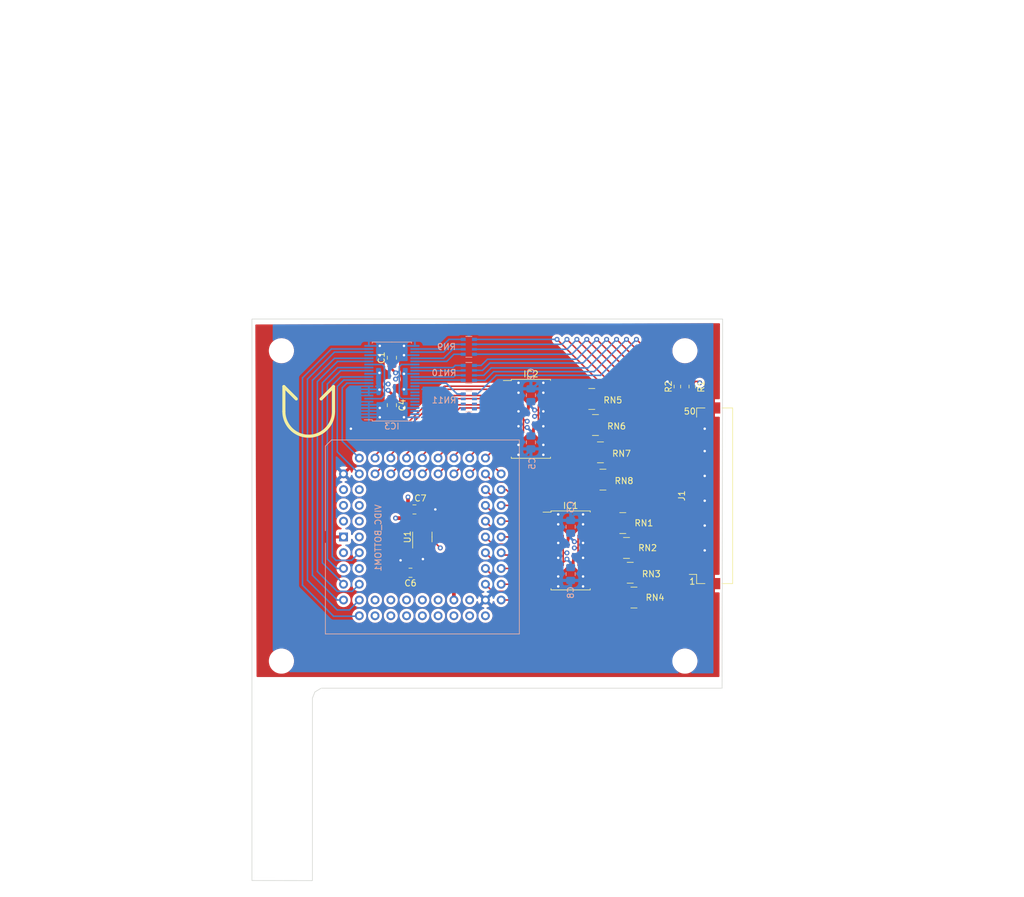
<source format=kicad_pcb>
(kicad_pcb (version 20211014) (generator pcbnew)
  (layers (0 "F.Cu" signal) (1 "In1.Cu" power) (2 "In2.Cu" power) (31 "B.Cu" signal) (34 "B.Paste" user) (35 "F.Paste" user) (36 "B.SilkS" user "B.Silkscreen") (37 "F.SilkS" user "F.Silkscreen") (38 "B.Mask" user) (39 "F.Mask" user) (44 "Edge.Cuts" user))
  (net 0 "")
  (net 1 "+3V3")
  (net 2 "GND")
  (net 3 "+5V")
  (net 4 "/D15")
  (net 5 "/D14")
  (net 6 "/D13")
  (net 7 "/D12")
  (net 8 "/D11")
  (net 9 "/D10")
  (net 10 "/D9")
  (net 11 "/D8")
  (net 12 "/D7")
  (net 13 "/D6")
  (net 14 "/D5")
  (net 15 "/D4")
  (net 16 "/D3")
  (net 17 "/D2")
  (net 18 "/D1")
  (net 19 "/D0")
  (net 20 "Net-(IC1-Pad26)")
  (net 21 "Net-(IC1-Pad27)")
  (net 22 "Net-(IC1-Pad29)")
  (net 23 "Net-(IC1-Pad30)")
  (net 24 "Net-(IC1-Pad32)")
  (net 25 "Net-(IC1-Pad33)")
  (net 26 "Net-(IC1-Pad35)")
  (net 27 "Net-(IC1-Pad36)")
  (net 28 "Net-(IC1-Pad37)")
  (net 29 "Net-(IC1-Pad38)")
  (net 30 "Net-(IC1-Pad40)")
  (net 31 "Net-(IC1-Pad41)")
  (net 32 "Net-(IC1-Pad43)")
  (net 33 "Net-(IC1-Pad44)")
  (net 34 "Net-(IC1-Pad46)")
  (net 35 "Net-(IC1-Pad47)")
  (net 36 "/D31")
  (net 37 "/D30")
  (net 38 "/D29")
  (net 39 "/D28")
  (net 40 "/D27")
  (net 41 "/D26")
  (net 42 "/D25")
  (net 43 "/D24")
  (net 44 "/D23")
  (net 45 "/D22")
  (net 46 "/D21")
  (net 47 "/D20")
  (net 48 "/D19")
  (net 49 "/D18")
  (net 50 "/D17")
  (net 51 "/D16")
  (net 52 "Net-(IC2-Pad26)")
  (net 53 "Net-(IC2-Pad27)")
  (net 54 "Net-(IC2-Pad29)")
  (net 55 "Net-(IC2-Pad30)")
  (net 56 "Net-(IC2-Pad32)")
  (net 57 "Net-(IC2-Pad33)")
  (net 58 "Net-(IC2-Pad35)")
  (net 59 "Net-(IC2-Pad36)")
  (net 60 "Net-(IC2-Pad37)")
  (net 61 "Net-(IC2-Pad38)")
  (net 62 "Net-(IC2-Pad40)")
  (net 63 "Net-(IC2-Pad41)")
  (net 64 "Net-(IC2-Pad43)")
  (net 65 "Net-(IC2-Pad44)")
  (net 66 "Net-(IC2-Pad46)")
  (net 67 "Net-(IC2-Pad47)")
  (net 68 "/NVIDW")
  (net 69 "/NVCS")
  (net 70 "/NHS")
  (net 71 "/NSNDRQ")
  (net 72 "/NVIDRQ")
  (net 73 "/FLYBK")
  (net 74 "/CKIN")
  (net 75 "/SNDAK")
  (net 76 "/VIDAK")
  (net 77 "Net-(J1-Pad1)")
  (net 78 "Net-(J1-Pad2)")
  (net 79 "Net-(J1-Pad3)")
  (net 87 "/RNL")
  (net 88 "/RCH-")
  (net 89 "/LCH-")
  (net 90 "/RCH+")
  (net 91 "/LCH+")
  (net 92 "/RSDAC")
  (net 93 "/VDDS")
  (net 94 "/RVDAC")
  (net 95 "/BOUT")
  (net 96 "/GOUT")
  (net 97 "/ROUT")
  (net 98 "/NSD0")
  (net 99 "/NSD1")
  (net 100 "/NSD2")
  (net 101 "/NSD3")
  (net 102 "/NIBSEL")
  (net 103 "/NVED0")
  (net 104 "/NVED1")
  (net 105 "/NVED2")
  (net 106 "/NVED3")
  (net 107 "/NSUP")
  (net 108 "/NHI")
  (net 109 "/SINK")
  (net 112 "Net-(J1-Pad4)")
  (net 113 "Net-(J1-Pad5)")
  (net 114 "Net-(J1-Pad19)")
  (net 115 "Net-(J1-Pad20)")
  (net 116 "Net-(J1-Pad21)")
  (net 117 "Net-(J1-Pad22)")
  (net 118 "Net-(J1-Pad23)")
  (net 119 "Net-(J1-Pad25)")
  (net 120 "Net-(J1-Pad26)")
  (net 121 "Net-(J1-Pad27)")
  (net 122 "Net-(J1-Pad28)")
  (net 123 "Net-(J1-Pad29)")
  (net 124 "Net-(J1-Pad30)")
  (net 125 "Net-(J1-Pad31)")
  (net 126 "Net-(J1-Pad33)")
  (net 127 "Net-(J1-Pad34)")
  (net 128 "Net-(J1-Pad35)")
  (net 129 "Net-(J1-Pad36)")
  (net 130 "Net-(IC3-Pad37)")
  (net 131 "Net-(IC3-Pad36)")
  (net 132 "Net-(J1-Pad6)")
  (net 133 "Net-(J1-Pad7)")
  (net 134 "Net-(J1-Pad9)")
  (net 135 "Net-(J1-Pad10)")
  (net 136 "Net-(J1-Pad11)")
  (net 137 "Net-(J1-Pad12)")
  (net 138 "Net-(J1-Pad13)")
  (net 139 "Net-(J1-Pad14)")
  (net 140 "Net-(J1-Pad15)")
  (net 141 "Net-(J1-Pad17)")
  (net 142 "Net-(J1-Pad18)")
  (net 143 "Net-(IC3-Pad26)")
  (net 144 "Net-(IC3-Pad27)")
  (net 145 "Net-(IC3-Pad29)")
  (net 146 "Net-(IC3-Pad30)")
  (net 147 "Net-(IC3-Pad32)")
  (net 148 "Net-(IC3-Pad33)")
  (net 149 "Net-(IC3-Pad35)")
  (net 150 "Net-(J1-Pad41)")
  (net 151 "Net-(J1-Pad45)")
  (net 159 "Net-(J1-Pad37)")
  (net 160 "Net-(J1-Pad38)")
  (net 161 "Net-(J1-Pad39)")
  (net 162 "Net-(J1-Pad42)")
  (net 163 "Net-(J1-Pad43)")
  (net 164 "Net-(J1-Pad44)")
  (net 165 "Net-(J1-Pad46)")
  (net 166 "/ID_DET")
  (footprint "Resistor_SMD:R_Array_Convex_4x0603" (layer "F.Cu") (at 110.59 81.97)
    (fp_text reference "RN6")
    (fp_text value "4R-NCAY16")
  )
  (footprint "Resistor_SMD:R_Array_Convex_4x0603" (layer "F.Cu") (at 114.99 97.77)
    (fp_text reference "RN1")
    (fp_text value "4R-NCAY16")
  )
  (footprint "Capacitor_SMD:C_0805_2012Metric_Pad1.18x1.45mm_HandSolder" (layer "F.Cu") (at 77.79 78.77 -90)
    (fp_text reference "C4")
    (fp_text value "C-EUC0805")
  )
  (footprint "Package_SO:TSSOP-48_6.1x12.5mm_P0.5mm" (layer "F.Cu") (at 100.19 80.97)
    (fp_text reference "IC2")
    (fp_text value "SN74ALVC164245")
  )
  (footprint "Resistor_SMD:R_Array_Convex_4x0603" (layer "F.Cu") (at 115.59 101.77)
    (fp_text reference "RN2")
    (fp_text value "4R-NCAY16")
  )
  (footprint "Resistor_SMD:R_0603_1608Metric" (layer "F.Cu") (at 126.19 75.77 -90)
    (fp_text reference "R1")
    (fp_text value "4K7")
  )
  (footprint "MountingHole:MountingHole_3.2mm_M3" (layer "F.Cu") (at 125 120)
    (fp_text reference "REF**" hide)
    (fp_text value "MountingHole_3.2mm_M3")
  )
  (footprint "MountingHole:MountingHole_3.2mm_M3" (layer "F.Cu") (at 60 150)
    (fp_text reference "REF**" hide)
    (fp_text value "MountingHole_3.2mm_M3")
  )
  (footprint "Package_SO:TSSOP-48_6.1x12.5mm_P0.5mm" (layer "F.Cu") (at 106.59 102.17)
    (fp_text reference "IC1")
    (fp_text value "SN74ALVC164245")
  )
  (footprint "Resistor_SMD:R_Array_Convex_4x0603" (layer "F.Cu") (at 116.19 105.77)
    (fp_text reference "RN3")
    (fp_text value "4R-NCAY16")
  )
  (footprint "Resistor_SMD:R_Array_Convex_4x0603" (layer "F.Cu") (at 109.99 77.77)
    (fp_text reference "RN5")
    (fp_text value "4R-NCAY16")
  )
  (footprint "Resistor_SMD:R_Array_Convex_4x0603" (layer "F.Cu") (at 111.39 86.37)
    (fp_text reference "RN7")
    (fp_text value "4R-NCAY16")
  )
  (footprint "Resistor_SMD:R_Array_Convex_4x0603" (layer "F.Cu") (at 116.79 109.77)
    (fp_text reference "RN4")
    (fp_text value "4R-NCAY16")
  )
  (footprint "MountingHole:MountingHole_3.2mm_M3" (layer "F.Cu") (at 125 70)
    (fp_text reference "REF**" hide)
    (fp_text value "MountingHole_3.2mm_M3")
  )
  (footprint "Resistor_SMD:R_Array_Convex_4x0603" (layer "F.Cu") (at 111.79 90.77)
    (fp_text reference "RN8")
    (fp_text value "4R-NCAY16")
  )
  (footprint "MountingHole:MountingHole_3.2mm_M3" (layer "F.Cu") (at 60 120)
    (fp_text reference "REF**" hide)
    (fp_text value "MountingHole_3.2mm_M3")
  )
  (footprint "MountingHole:MountingHole_3.2mm_M3" (layer "F.Cu") (at 60 70)
    (fp_text reference "REF**" hide)
    (fp_text value "MountingHole_3.2mm_M3")
  )
  (footprint "Capacitor_SMD:C_0805_2012Metric_Pad1.18x1.45mm_HandSolder" (layer "F.Cu") (at 77.79 71.1325 90)
    (fp_text reference "C1")
    (fp_text value "C-EUC0805")
  )
  (footprint "Package_TO_SOT_SMD:SOT-23-5" (layer "F.Cu") (at 82.7 100 90)
    (fp_text reference "U1")
    (fp_text value "MIC5219 3.3V")
  )
  (footprint "Connector_FFC-FPC:Hirose_FH12-50S-0.5SH_1x50-1MP_P0.50mm_Horizontal" (layer "F.Cu") (at 128.19 93.37 90)
    (fp_text reference "J1")
    (fp_text value "Connector_50pin_FFC")
  )
  (footprint "Capacitor_SMD:C_0805_2012Metric_Pad1.18x1.45mm_HandSolder" (layer "F.Cu") (at 81.4275 95.57)
    (fp_text reference "C7")
    (fp_text value "C-EUC0805")
  )
  (footprint "Capacitor_SMD:C_0805_2012Metric_Pad1.18x1.45mm_HandSolder" (layer "F.Cu") (at 80.79 105.77 180)
    (fp_text reference "C6")
    (fp_text value "C-EUC0805")
  )
  (footprint "Resistor_SMD:R_0603_1608Metric" (layer "F.Cu") (at 123.79 75.77 90)
    (fp_text reference "R2")
    (fp_text value "4K7")
  )
  (footprint "Resistor_SMD:R_Array_Convex_4x0603" (layer "B.Cu") (at 90.19 69.37)
    (fp_text reference "RN9")
    (fp_text value "4R-NCAY16")
  )
  (footprint "Capacitor_SMD:C_0805_2012Metric_Pad1.18x1.45mm_HandSolder" (layer "B.Cu") (at 106.59 98.37 90)
    (fp_text reference "C3")
    (fp_text value "C-EUC0805")
  )
  (footprint "Capacitor_SMD:C_0805_2012Metric_Pad1.18x1.45mm_HandSolder" (layer "B.Cu") (at 106.59 105.97 -90)
    (fp_text reference "C8")
    (fp_text value "C-EUC0805")
  )
  (footprint "Package_SO:TSSOP-48_6.1x12.5mm_P0.5mm" (layer "B.Cu") (at 77.79 74.97)
    (fp_text reference "IC3")
    (fp_text value "SN74ALVC164245")
  )
  (footprint "Capacitor_SMD:C_0805_2012Metric_Pad1.18x1.45mm_HandSolder" (layer "B.Cu") (at 100.19 84.77 -90)
    (fp_text reference "C5")
    (fp_text value "C-EUC0805")
  )
  (footprint "Resistor_SMD:R_Array_Convex_4x0603" (layer "B.Cu") (at 90.19 73.57)
    (fp_text reference "RN10")
    (fp_text value "4R-NCAY16")
  )
  (footprint "Package_LCC:PLCC-68_THT-Socket" (layer "B.Cu") (at 70 100 -90)
    (fp_text reference "VIDC_BOTTOM1")
    (fp_text value "RAW_PLCC68PTH")
  )
  (footprint "Resistor_SMD:R_Array_Convex_4x0603" (layer "B.Cu") (at 90.19 78.17)
    (fp_text reference "RN11")
    (fp_text value "4R-NCAY16")
  )
  (footprint "Capacitor_SMD:C_0805_2012Metric_Pad1.18x1.45mm_HandSolder" (layer "B.Cu") (at 100.19 77.17 90)
    (fp_text reference "C2")
    (fp_text value "C-EUC0805")
  )
  (gr_arc (start 68.39 79.77) (mid 64.39 83.77) (end 60.39 79.77) (layer "F.SilkS") (width 0.5))
  (gr_line (start 60.39 79.77) (end 60.39 75.77) (layer "F.SilkS") (width 0.5))
  (gr_line (start 60.39 75.77) (end 62.39 77.77) (layer "F.SilkS") (width 0.5))
  (gr_line (start 68.39 75.77) (end 66.39 77.77) (layer "F.SilkS") (width 0.5))
  (gr_line (start 68.39 79.77) (end 68.39 75.77) (layer "F.SilkS") (width 0.5))
  (gr_poly (pts (xy 130.99 124.37) (xy 66.39 124.37) (xy 65.39 124.97) (xy 64.99 125.97) (xy 64.99 155.37) (xy 55.245 155.355) (xy 55.245 64.895) (xy 131.08 64.895)) (layer "Edge.Cuts") (width 0.1) (fill none))
  (gr_text "ArcDVI VIDC A3000\nv2 24 Apr 2023\nMatt Evans" (at 102.39 117.57) (layer "F.Cu") (effects (font (size 1.4 1.4) (thickness 0.25)) (justify left)))
  (gr_text "1" (at 126.19 107.17) (layer "F.SilkS") (effects (font (size 1 1))))
  (gr_text "50" (at 125.79 79.77) (layer "F.SilkS") (effects (font (size 1 1))))
  (segment (start 107.79 101.77) (end 107.79 100.77) (width 0.25) (layer "F.Cu") (net 1))
  (segment (start 107.79 100.77) (end 107.19 100.77) (width 0.25) (layer "F.Cu") (net 1))
  (segment (start 79.59 96.97) (end 78.39 96.97) (width 0.6) (layer "F.Cu") (net 1))
  (segment (start 126.19 74.945) (end 127.165 74.945) (width 0.25) (layer "F.Cu") (net 1))
  (segment (start 101.94 83.72) (end 101.39 83.17) (width 0.25) (layer "F.Cu") (net 1))
  (segment (start 101.39 80.37) (end 101.39 79.57) (width 0.25) (layer "F.Cu") (net 1))
  (segment (start 100.99 80.37) (end 101.39 80.37) (width 0.25) (layer "F.Cu") (net 1))
  (segment (start 101.39 83.17) (end 101.39 80.37) (width 0.25) (layer "F.Cu") (net 1))
  (segment (start 107.79 101.77) (end 107.19 101.77) (width 0.25) (layer "F.Cu") (net 1))
  (segment (start 77.79 72.97) (end 77.79 72.17) (width 0.4) (layer "F.Cu") (net 1))
  (segment (start 107.79 104.57) (end 107.79 101.77) (width 0.25) (layer "F.Cu") (net 1))
  (segment (start 101.39 79.57) (end 101.39 78.77) (width 0.25) (layer "F.Cu") (net 1))
  (segment (start 80.39 95.57) (end 80.39 93.57) (width 0.6) (layer "F.Cu") (net 1))
  (segment (start 127.165 74.945) (end 127.39 75.17) (width 0.25) (layer "F.Cu") (net 1))
  (segment (start 78.39 73.57) (end 77.79 72.97) (width 0.4) (layer "F.Cu") (net 1))
  (segment (start 81.75 98.8625) (end 81.4825 98.8625) (width 0.6) (layer "F.Cu") (net 1))
  (segment (start 80.39 97.77) (end 79.59 96.97) (width 0.6) (layer "F.Cu") (net 1))
  (segment (start 101.39 78.77) (end 101.94 78.22) (width 0.25) (layer "F.Cu") (net 1))
  (segment (start 81.68 98.9325) (end 81.75 98.8625) (width 0.25) (layer "F.Cu") (net 1))
  (segment (start 101.39 79.57) (end 100.79 79.57) (width 0.25) (layer "F.Cu") (net 1))
  (segment (start 107.79 100.77) (end 107.79 99.77) (width 0.25) (layer "F.Cu") (net 1))
  (segment (start 108.14 99.42) (end 110.3025 99.42) (width 0.25) (layer "F.Cu") (net 1))
  (segment (start 108.14 104.92) (end 107.79 104.57) (width 0.25) (layer "F.Cu") (net 1))
  (segment (start 100.79 80.57) (end 100.99 80.37) (width 0.25) (layer "F.Cu") (net 1))
  (segment (start 101.94 78.22) (end 103.9025 78.22) (width 0.25) (layer "F.Cu") (net 1))
  (segment (start 80.39 97.77) (end 80.39 95.57) (width 0.6) (layer "F.Cu") (net 1))
  (segment (start 81.4825 98.8625) (end 80.39 97.77) (width 0.6) (layer "F.Cu") (net 1))
  (segment (start 103.9025 83.72) (end 101.94 83.72) (width 0.25) (layer "F.Cu") (net 1))
  (segment (start 107.79 99.77) (end 108.14 99.42) (width 0.25) (layer "F.Cu") (net 1))
  (segment (start 110.3025 104.92) (end 108.14 104.92) (width 0.25) (layer "F.Cu") (net 1))
  (via (at 78.39 96.97) (size 0.8) (drill 0.4) (layers "F.Cu" "B.Cu") (net 1))
  (via (at 80.39 93.57) (size 0.8) (drill 0.4) (layers "F.Cu" "B.Cu") (net 1))
  (via (at 100.79 79.57) (size 0.8) (drill 0.4) (layers "F.Cu" "B.Cu") (net 1))
  (via (at 107.19 101.77) (size 0.8) (drill 0.4) (layers "F.Cu" "B.Cu") (net 1))
  (via (at 127.39 75.17) (size 0.8) (drill 0.4) (layers "F.Cu" "B.Cu") (net 1))
  (via (at 78.39 73.57) (size 0.8) (drill 0.4) (layers "F.Cu" "B.Cu") (net 1))
  (via (at 107.19 100.77) (size 0.8) (drill 0.4) (layers "F.Cu" "B.Cu") (net 1))
  (via (at 78.39 74.57) (size 0.8) (drill 0.4) (layers "F.Cu" "B.Cu") (net 1))
  (via (at 100.79 80.57) (size 0.8) (drill 0.4) (layers "F.Cu" "B.Cu") (net 1))
  (segment (start 79.34 72.22) (end 78.99 72.57) (width 0.25) (layer "B.Cu") (net 1))
  (segment (start 78.99 73.97) (end 78.79 74.17) (width 0.25) (layer "B.Cu") (net 1))
  (segment (start 106.59 100.17) (end 106.59 99.4075) (width 0.4) (layer "B.Cu") (net 1))
  (segment (start 78.99 77.37) (end 79.34 77.72) (width 0.25) (layer "B.Cu") (net 1))
  (segment (start 100.79 79.57) (end 100.19 78.97) (width 0.4) (layer "B.Cu") (net 1))
  (segment (start 78.99 74.37) (end 78.99 77.37) (width 0.25) (layer "B.Cu") (net 1))
  (segment (start 81.5025 72.22) (end 79.34 72.22) (width 0.25) (layer "B.Cu") (net 1))
  (segment (start 100.19 78.97) (end 100.19 78.2075) (width 0.4) (layer "B.Cu") (net 1))
  (segment (start 78.79 73.37) (end 78.99 73.57) (width 0.25) (layer "B.Cu") (net 1))
  (segment (start 78.99 73.57) (end 78.99 73.97) (width 0.25) (layer "B.Cu") (net 1))
  (segment (start 79.34 77.72) (end 81.5025 77.72) (width 0.25) (layer "B.Cu") (net 1))
  (segment (start 78.59 73.37) (end 78.79 73.37) (width 0.25) (layer "B.Cu") (net 1))
  (segment (start 78.39 73.57) (end 78.59 73.37) (width 0.25) (layer "B.Cu") (net 1))
  (segment (start 78.79 74.17) (end 78.99 74.37) (width 0.25) (layer "B.Cu") (net 1))
  (segment (start 78.99 72.57) (end 78.99 74.57) (width 0.25) (layer "B.Cu") (net 1))
  (segment (start 78.39 74.57) (end 78.79 74.17) (width 0.25) (layer "B.Cu") (net 1))
  (segment (start 107.19 100.77) (end 106.59 100.17) (width 0.4) (layer "B.Cu") (net 1))
  (segment (start 98.14 75.22) (end 96.4775 75.22) (width 0.25) (layer "F.Cu") (net 2))
  (segment (start 123.765 74.97) (end 123.79 74.945) (width 0.25) (layer "F.Cu") (net 2))
  (segment (start 108.64 103.42) (end 108.59 103.37) (width 0.25) (layer "F.Cu") (net 2))
  (segment (start 98.14 79.72) (end 96.4775 79.72) (width 0.25) (layer "F.Cu") (net 2))
  (segment (start 126.34 82.62) (end 128.14 82.62) (width 0.25) (layer "F.Cu") (net 2))
  (segment (start 98.14 86.72) (end 96.4775 86.72) (width 0.25) (layer "F.Cu") (net 2))
  (segment (start 79.7525 104.3325) (end 79.19 103.77) (width 0.6) (layer "F.Cu") (net 2))
  (segment (start 104.54 106.42) (end 104.59 106.37) (width 0.25) (layer "F.Cu") (net 2))
  (segment (start 77.04 80.72) (end 77.79 79.97) (width 0.4) (layer "F.Cu") (net 2))
  (segment (start 98.19 86.77) (end 98.14 86.72) (width 0.25) (layer "F.Cu") (net 2))
  (segment (start 110.3025 103.42) (end 108.64 103.42) (width 0.25) (layer "F.Cu") (net 2))
  (segment (start 102.19 79.77) (end 102.24 79.72) (width 0.25) (layer "F.Cu") (net 2))
  (segment (start 78.74 69.22) (end 77.865 70.095) (width 0.4) (layer "F.Cu") (net 2))
  (segment (start 98.19 75.17) (end 98.14 75.22) (width 0.25) (layer "F.Cu") (net 2))
  (segment (start 126.34 102.12) (end 128.14 102.12) (width 0.25) (layer "F.Cu") (net 2))
  (segment (start 82.7 103.48) (end 82.79 103.57) (width 0.25) (layer "F.Cu") (net 2))
  (segment (start 104.54 97.92) (end 104.59 97.97) (width 0.25) (layer "F.Cu") (net 2))
  (segment (start 98.14 85.22) (end 96.4775 85.22) (width 0.25) (layer "F.Cu") (net 2))
  (segment (start 98.19 82.17) (end 98.14 82.22) (width 0.25) (layer "F.Cu") (net 2))
  (segment (start 102.8775 107.92) (end 104.54 107.92) (width 0.25) (layer "F.Cu") (net 2))
  (segment (start 122.19 74.97) (end 123.765 74.97) (width 0.25) (layer "F.Cu") (net 2))
  (segment (start 104.54 103.42) (end 104.59 103.37) (width 0.25) (layer "F.Cu") (net 2))
  (segment (start 128.14 90.12) (end 128.19 90.17) (width 0.25) (layer "F.Cu") (net 2))
  (segment (start 98.14 82.22) (end 96.4775 82.22) (width 0.25) (layer "F.Cu") (net 2))
  (segment (start 77.79 79.97) (end 77.79 79.8075) (width 0.25) (layer "F.Cu") (net 2))
  (segment (start 79.74 69.22) (end 78.74 69.22) (width 0.4) (layer "F.Cu") (net 2))
  (segment (start 102.8775 103.42) (end 104.54 103.42) (width 0.25) (layer "F.Cu") (net 2))
  (segment (start 82.465 97.045) (end 82.465 95.57) (width 0.4) (layer "F.Cu") (net 2))
  (segment (start 102.24 82.22) (end 103.9025 82.22) (width 0.25) (layer "F.Cu") (net 2))
  (segment (start 108.64 97.92) (end 108.59 97.97) (width 0.25) (layer "F.Cu") (net 2))
  (segment (start 102.8775 106.42) (end 104.54 106.42) (width 0.25) (layer "F.Cu") (net 2))
  (segment (start 98.19 85.17) (end 98.14 85.22) (width 0.25) (layer "F.Cu") (net 2))
  (segment (start 82.7 97.28) (end 82.465 97.045) (width 0.4) (layer "F.Cu") (net 2))
  (segment (start 110.3025 100.92) (end 108.64 100.92) (width 0.25) (layer "F.Cu") (net 2))
  (segment (start 108.64 96.42) (end 108.59 96.37) (width 0.25) (layer "F.Cu") (net 2))
  (segment (start 102.24 76.72) (end 103.9025 76.72) (width 0.25) (layer "F.Cu") (net 2))
  (segment (start 102.19 75.17) (end 102.24 75.22) (width 0.25) (layer "F.Cu") (net 2))
  (segment (start 79.7525 105.77) (end 79.7525 104.3325) (width 0.6) (layer "F.Cu") (net 2))
  (segment (start 110.3025 97.92) (end 108.64 97.92) (width 0.25) (layer "F.Cu") (net 2))
  (segment (start 84.79 95.57) (end 82.465 95.57) (width 0.6) (layer "F.Cu") (net 2))
  (segment (start 102.24 79.72) (end 103.9025 79.72) (width 0.25) (layer "F.Cu") (net 2))
  (segment (start 102.24 86.72) (end 103.9025 86.72) (width 0.25) (layer "F.Cu") (net 2))
  (segment (start 102.19 76.77) (end 102.24 76.72) (width 0.25) (layer "F.Cu") (net 2))
  (segment (start 102.8775 97.92) (end 104.54 97.92) (width 0.25) (layer "F.Cu") (net 2))
  (segment (start 126.34 98.12) (end 128.14 98.12) (width 0.25) (layer "F.Cu") (net 2))
  (segment (start 128.14 82.62) (end 128.19 82.57) (width 0.25) (layer "F.Cu") (net 2))
  (segment (start 104.54 100.92) (end 104.59 100.97) (width 0.25) (layer "F.Cu") (net 2))
  (segment (start 75.84 80.72) (end 77.04 80.72) (width 0.4) (layer "F.Cu") (net 2))
  (segment (start 82.7 101.1375) (end 82.7 97.28) (width 0.4) (layer "F.Cu") (net 2))
  (segment (start 102.19 86.77) (end 102.24 86.72) (width 0.25) (layer "F.Cu") (net 2))
  (segment (start 126.34 94.12) (end 128.14 94.12) (width 0.25) (layer "F.Cu") (net 2))
  (segment (start 128.14 102.12) (end 128.19 102.17) (width 0.25) (layer "F.Cu") (net 2))
  (segment (start 77.865 70.095) (end 77.79 70.095) (width 0.25) (layer "F.Cu") (net 2))
  (segment (start 110.3025 106.42) (end 108.64 106.42) (width 0.25) (layer "F.Cu") (net 2))
  (segment (start 102.8775 96.42) (end 104.54 96.42) (width 0.25) (layer "F.Cu") (net 2))
  (segment (start 128.14 94.12) (end 128.19 94.17) (width 0.25) (layer "F.Cu") (net 2))
  (segment (start 104.54 107.92) (end 104.59 107.97) (width 0.25) (layer "F.Cu") (net 2))
  (segment (start 126.34 86.12) (end 128.14 86.12) (width 0.25) (layer "F.Cu") (net 2))
  (segment (start 102.8775 100.92) (end 104.54 100.92) (width 0.25) (layer "F.Cu") (net 2))
  (segment (start 108.64 107.92) (end 108.59 107.97) (width 0.25) (layer "F.Cu") (net 2))
  (segment (start 126.34 90.12) (end 128.14 90.12) (width 0.25) (layer "F.Cu") (net 2))
  (segment (start 128.14 98.12) (end 128.19 98.17) (width 0.25) (layer "F.Cu") (net 2))
  (segment (start 82.7 101.1375) (end 82.7 103.48) (width 0.4) (layer "F.Cu") (net 2))
  (segment (start 128.14 86.12) (end 128.19 86.17) (width 0.25) (layer "F.Cu") (net 2))
  (segment (start 102.24 85.22) (end 103.9025 85.22) (width 0.25) (layer "F.Cu") (net 2))
  (segment (start 110.3025 107.92) (end 108.64 107.92) (width 0.25) (layer "F.Cu") (net 2))
  (segment (start 98.14 76.72) (end 96.4775 76.72) (width 0.25) (layer "F.Cu") (net 2))
  (segment (start 98.19 79.77) (end 98.14 79.72) (width 0.25) (layer "F.Cu") (net 2))
  (segment (start 110.3025 96.42) (end 108.64 96.42) (width 0.25) (layer "F.Cu") (net 2))
  (segment (start 104.54 96.42) (end 104.59 96.37) (width 0.25) (layer "F.Cu") (net 2))
  (segment (start 102.19 85.17) (end 102.24 85.22) (width 0.25) (layer "F.Cu") (net 2))
  (segment (start 108.64 106.42) (end 108.59 106.37) (width 0.25) (layer "F.Cu") (net 2))
  (segment (start 102.24 75.22) (end 103.9025 75.22) (width 0.25) (layer "F.Cu") (net 2))
  (segment (start 108.64 100.92) (end 108.59 100.97) (width 0.25) (layer "F.Cu") (net 2))
  (segment (start 98.19 76.77) (end 98.14 76.72) (width 0.25) (layer "F.Cu") (net 2))
  (segment (start 102.19 82.17) (end 102.24 82.22) (width 0.25) (layer "F.Cu") (net 2))
  (via (at 108.59 97.97) (size 0.8) (drill 0.4) (layers "F.Cu" "B.Cu") (net 2))
  (via (at 104.59 97.97) (size 0.8) (drill 0.4) (layers "F.Cu" "B.Cu") (net 2))
  (via (at 98.19 75.17) (size 0.8) (drill 0.4) (layers "F.Cu" "B.Cu") (net 2))
  (via (at 75.84 70.72) (size 0.8) (drill 0.4) (layers "F.Cu" "B.Cu") (net 2))
  (via (at 128.19 102.17) (size 0.8) (drill 0.4) (layers "F.Cu" "B.Cu") (net 2))
  (via (at 128.19 94.17) (size 0.8) (drill 0.4) (layers "F.Cu" "B.Cu") (net 2))
  (via (at 102.19 82.17) (size 0.8) (drill 0.4) (layers "F.Cu" "B.Cu") (net 2))
  (via (at 102.19 86.77) (size 0.8) (drill 0.4) (layers "F.Cu" "B.Cu") (net 2))
  (via (at 128.19 82.57) (size 0.8) (drill 0.4) (layers "F.Cu" "B.Cu") (net 2))
  (via (at 102.19 75.17) (size 0.8) (drill 0.4) (layers "F.Cu" "B.Cu") (net 2))
  (via (at 104.59 107.97) (size 0.8) (drill 0.4) (layers "F.Cu" "B.Cu") (net 2))
  (via (at 75.79 73.57) (size 0.8) (drill 0.4) (layers "F.Cu" "B.Cu") (net 2))
  (via (at 79.74 73.72) (size 0.8) (drill 0.4) (layers "F.Cu" "B.Cu") (net 2))
  (via (at 79.74 79.22) (size 0.8) (drill 0.4) (layers "F.Cu" "B.Cu") (net 2))
  (via (at 104.59 96.37) (size 0.8) (drill 0.4) (layers "F.Cu" "B.Cu") (net 2))
  (via (at 128.19 98.17) (size 0.8) (drill 0.4) (layers "F.Cu" "B.Cu") (net 2))
  (via (at 104.59 103.37) (size 0.8) (drill 0.4) (layers "F.Cu" "B.Cu") (net 2))
  (via (at 98.19 85.17) (size 0.8) (drill 0.4) (layers "F.Cu" "B.Cu") (net 2))
  (via (at 75.84 80.72) (size 0.8) (drill 0.4) (layers "F.Cu" "B.Cu") (net 2))
  (via (at 79.74 80.72) (size 0.8) (drill 0.4) (layers "F.Cu" "B.Cu") (net 2))
  (via (at 108.59 106.37) (size 0.8) (drill 0.4) (layers "F.Cu" "B.Cu") (net 2))
  (via (at 75.79 76.27) (size 0.8) (drill 0.4) (layers "F.Cu" "B.Cu") (net 2))
  (via (at 108.59 100.97) (size 0.8) (drill 0.4) (layers "F.Cu" "B.Cu") (net 2))
  (via (at 128.19 90.17) (size 0.8) (drill 0.4) (layers "F.Cu" "B.Cu") (net 2))
  (via (at 128.19 86.17) (size 0.8) (drill 0.4) (layers "F.Cu" "B.Cu") (net 2))
  (via (at 75.84 79.22) (size 0.8) (drill 0.4) (layers "F.Cu" "B.Cu") (net 2))
  (via (at 108.59 96.37) (size 0.8) (drill 0.4) (layers "F.Cu" "B.Cu") (net 2))
  (via (at 104.59 106.37) (size 0.8) (drill 0.4) (layers "F.Cu" "B.Cu") (net 2))
  (via (at 104.59 100.97) (size 0.8) (drill 0.4) (layers "F.Cu" "B.Cu") (net 2))
  (via (at 79.74 76.22) (size 0.8) (drill 0.4) (layers "F.Cu" "B.Cu") (net 2))
  (via (at 98.19 79.77) (size 0.8) (drill 0.4) (layers "F.Cu" "B.Cu") (net 2))
  (via (at 98.19 86.77) (size 0.8) (drill 0.4) (layers "F.Cu" "B.Cu") (net 2))
  (via (at 98.19 82.17) (size 0.8) (drill 0.4) (layers "F.Cu" "B.Cu") (net 2))
  (via (at 79.74 70.72) (size 0.8) (drill 0.4) (layers "F.Cu" "B.Cu") (net 2))
  (via (at 82.79 103.57) (size 0.8) (drill 0.4) (layers "F.Cu" "B.Cu") (net 2))
  (via (at 84.79 95.57) (size 0.8) (drill 0.4) (layers "F.Cu" "B.Cu") (net 2))
  (via (at 98.19 76.77) (size 0.8) (drill 0.4) (layers "F.Cu" "B.Cu") (net 2))
  (via (at 102.19 85.17) (size 0.8) (drill 0.4) (layers "F.Cu" "B.Cu") (net 2))
  (via (at 122.19 74.97) (size 0.8) (drill 0.4) (layers "F.Cu" "B.Cu") (net 2))
  (via (at 108.59 103.37) (size 0.8) (drill 0.4) (layers "F.Cu" "B.Cu") (net 2))
  (via (at 102.19 79.77) (size 0.8) (drill 0.4) (layers "F.Cu" "B.Cu") (net 2))
  (via (at 79.74 69.22) (size 0.8) (drill 0.4) (layers "F.Cu" "B.Cu") (net 2))
  (via (at 79.19 103.77) (size 0.8) (drill 0.4) (layers "F.Cu" "B.Cu") (net 2))
  (via (at 71.19 82.57) (size 0.8) (drill 0.4) (layers "F.Cu" "B.Cu") (net 2))
  (via (at 102.19 76.77) (size 0.8) (drill 0.4) (layers "F.Cu" "B.Cu") (net 2))
  (via (at 75.84 69.22) (size 0.8) (drill 0.4) (layers "F.Cu" "B.Cu") (net 2))
  (via (at 108.59 107.97) (size 0.8) (drill 0.4) (layers "F.Cu" "B.Cu") (net 2))
  (segment (start 106.59 107.57) (end 106.19 107.97) (width 0.4) (layer "B.Cu") (net 2))
  (segment (start 75.84 69.22) (end 74.0775 69.22) (width 0.25) (layer "B.Cu") (net 2))
  (segment (start 75.74 76.22) (end 74.0775 76.22) (width 0.25) (layer "B.Cu") (net 2))
  (segment (start 71.14 77.22) (end 70.79 77.57) (width 0.25) (layer "B.Cu") (net 2))
  (segment (start 71.14 78.22) (end 70.79 78.57) (width 0.25) (layer "B.Cu") (net 2))
  (segment (start 75.84 70.72) (end 74.0775 70.72) (width 0.25) (layer "B.Cu") (net 2))
  (segment (start 75.79 73.57) (end 75.64 73.72) (width 0.25) (layer "B.Cu") (net 2))
  (segment (start 79.74 70.72) (end 81.5025 70.72) (width 0.25) (layer "B.Cu") (net 2))
  (segment (start 70.79 78.57) (end 70.79 79.17) (width 0.25) (layer "B.Cu") (net 2))
  (segment (start 74.0775 77.22) (end 71.14 77.22) (width 0.25) (layer "B.Cu") (net 2))
  (segment (start 75.64 73.72) (end 74.0775 73.72) (width 0.25) (layer "B.Cu") (net 2))
  (segment (start 71.14 80.22) (end 70.79 80.57) (width 0.25) (layer "B.Cu") (net 2))
  (segment (start 74.0775 78.72) (end 71.24 78.72) (width 0.25) (layer "B.Cu") (net 2))
  (segment (start 106.19 107.97) (end 104.59 107.97) (width 0.4) (layer "B.Cu") (net 2))
  (segment (start 70.79 77.57) (end 70.79 78.57) (width 0.25) (layer "B.Cu") (net 2))
  (segment (start 100.19 85.97) (end 100.19 85.8075) (width 0.25) (layer "B.Cu") (net 2))
  (segment (start 74.0775 80.72) (end 71.24 80.72) (width 0.25) (layer "B.Cu") (net 2))
  (segment (start 101.39 75.17) (end 100.4275 76.1325) (width 0.4) (layer "B.Cu") (net 2))
  (segment (start 99.39 86.77) (end 100.19 85.97) (width 0.4) (layer "B.Cu") (net 2))
  (segment (start 70.79 76.97) (end 70.79 77.57) (width 0.25) (layer "B.Cu") (net 2))
  (segment (start 106.59 107.0075) (end 106.59 107.57) (width 0.25) (layer "B.Cu") (net 2))
  (segment (start 74.0775 79.72) (end 71.04 79.72) (width 0.25) (layer "B.Cu") (net 2))
  (segment (start 102.19 75.17) (end 101.39 75.17) (width 0.4) (layer "B.Cu") (net 2))
  (segment (start 71.24 78.72) (end 70.79 79.17) (width 0.25) (layer "B.Cu") (net 2))
  (segment (start 106.59 97.3325) (end 106.59 96.97) (width 0.25) (layer "B.Cu") (net 2))
  (segment (start 79.74 73.72) (end 81.5025 73.72) (width 0.25) (layer "B.Cu") (net 2))
  (segment (start 70.79 75.97) (end 70.79 76.97) (width 0.25) (layer "B.Cu") (net 2))
  (segment (start 74.0775 80.22) (end 71.14 80.22) (width 0.25) (layer "B.Cu") (net 2))
  (segment (start 70.79 82.17) (end 71.19 82.57) (width 0.25) (layer "B.Cu") (net 2))
  (segment (start 74.0775 78.22) (end 71.14 78.22) (width 0.25) (layer "B.Cu") (net 2))
  (segment (start 71.24 80.72) (end 70.79 81.17) (width 0.25) (layer "B.Cu") (net 2))
  (segment (start 75.84 80.72) (end 74.0775 80.72) (width 0.25) (layer "B.Cu") (net 2))
  (segment (start 75.79 76.27) (end 75.74 76.22) (width 0.25) (layer "B.Cu") (net 2))
  (segment (start 100.4275 76.1325) (end 100.19 76.1325) (width 0.25) (layer "B.Cu") (net 2))
  (segment (start 70.79 79.17) (end 70.79 79.57) (width 0.25) (layer "B.Cu") (net 2))
  (segment (start 71.04 79.72) (end 70.79 79.97) (width 0.25) (layer "B.Cu") (net 2))
  (segment (start 106.59 96.97) (end 107.19 96.37) (width 0.4) (layer "B.Cu") (net 2))
  (segment (start 70.79 81.57) (end 70.79 82.17) (width 0.25) (layer "B.Cu") (net 2))
  (segment (start 79.74 69.22) (end 81.5025 69.22) (width 0.25) (layer "B.Cu") (net 2))
  (segment (start 79.74 80.72) (end 81.5025 80.72) (width 0.25) (layer "B.Cu") (net 2))
  (segment (start 70.79 79.57) (end 70.79 81.57) (width 0.25) (layer "B.Cu") (net 2))
  (segment (start 107.19 96.37) (end 108.59 96.37) (width 0.4) (layer "B.Cu") (net 2))
  (segment (start 74.0775 76.72) (end 71.04 76.72) (width 0.25) (layer "B.Cu") (net 2))
  (segment (start 71.04 76.72) (end 70.79 76.97) (width 0.25) (layer "B.Cu") (net 2))
  (segment (start 71.14 79.22) (end 70.79 79.57) (width 0.25) (layer "B.Cu") (net 2))
  (segment (start 71.04 75.72) (end 70.79 75.97) (width 0.25) (layer "B.Cu") (net 2))
  (segment (start 75.84 79.22) (end 74.0775 79.22) (width 0.25) (layer "B.Cu") (net 2))
  (segment (start 74.0775 79.22) (end 71.14 79.22) (width 0.25) (layer "B.Cu") (net 2))
  (segment (start 74.0775 75.72) (end 71.04 75.72) (width 0.25) (layer "B.Cu") (net 2))
  (segment (start 98.19 86.77) (end 99.39 86.77) (width 0.4) (layer "B.Cu") (net 2))
  (segment (start 79.74 79.22) (end 81.5025 79.22) (width 0.25) (layer "B.Cu") (net 2))
  (segment (start 79.74 76.22) (end 81.5025 76.22) (width 0.25) (layer "B.Cu") (net 2))
  (segment (start 105.39 102.57) (end 105.39 103.97) (width 0.25) (layer "F.Cu") (net 3))
  (segment (start 98.99 82.37) (end 98.99 83.17) (width 0.25) (layer "F.Cu") (net 3))
  (segment (start 102.8775 99.42) (end 105.04 99.42) (width 0.25) (layer "F.Cu") (net 3))
  (segment (start 81.75 105.6925) (end 81.8275 105.77) (width 0.25) (layer "F.Cu") (net 3))
  (segment (start 105.39 102.57) (end 105.99 102.57) (width 0.25) (layer "F.Cu") (net 3))
  (segment (start 105.04 104.92) (end 102.8775 104.92) (width 0.25) (layer "F.Cu") (net 3))
  (segment (start 83.79 105.77) (end 81.8275 105.77) (width 0.6) (layer "F.Cu") (net 3))
  (segment (start 87.09 107.67) (end 85.19 105.77) (width 0.6) (layer "F.Cu") (net 3))
  (segment (start 83.65 101.1375) (end 84.9575 101.1375) (width 0.25) (layer "F.Cu") (net 3))
  (segment (start 105.39 103.97) (end 105.39 104.57) (width 0.25) (layer "F.Cu") (net 3))
  (segment (start 99.39 81.17) (end 98.99 81.17) (width 0.25) (layer "F.Cu") (net 3))
  (segment (start 105.59 103.97) (end 105.39 103.97) (width 0.25) (layer "F.Cu") (net 3))
  (segment (start 98.99 78.77) (end 98.99 81.17) (width 0.25) (layer "F.Cu") (net 3))
  (segment (start 87.78 108.36) (end 87.09 107.67) (width 0.6) (layer "F.Cu") (net 3))
  (segment (start 98.99 81.17) (end 98.99 82.37) (width 0.25) (layer "F.Cu") (net 3))
  (segment (start 105.99 103.57) (end 105.59 103.97) (width 0.25) (layer "F.Cu") (net 3))
  (segment (start 105.39 99.77) (end 105.39 102.57) (width 0.25) (layer "F.Cu") (net 3))
  (segment (start 105.04 99.42) (end 105.39 99.77) (width 0.25) (layer "F.Cu") (net 3))
  (segment (start 98.99 82.37) (end 99.59 82.37) (width 0.25) (layer "F.Cu") (net 3))
  (segment (start 98.44 83.72) (end 96.4775 83.72) (width 0.25) (layer "F.Cu") (net 3))
  (segment (start 105.39 104.57) (end 105.04 104.92) (width 0.25) (layer "F.Cu") (net 3))
  (segment (start 81.75 101.1375) (end 81.75 103.33) (width 0.6) (layer "F.Cu") (net 3))
  (segment (start 84.9575 101.1375) (end 85.59 101.77) (width 0.25) (layer "F.Cu") (net 3))
  (segment (start 98.99 83.17) (end 98.44 83.72) (width 0.25) (layer "F.Cu") (net 3))
  (segment (start 99.59 81.37) (end 99.39 81.17) (width 0.25) (layer "F.Cu") (net 3))
  (segment (start 87.78 110.16) (end 87.78 108.36) (width 0.6) (layer "F.Cu") (net 3))
  (segment (start 98.44 78.22) (end 98.99 78.77) (width 0.25) (layer "F.Cu") (net 3))
  (segment (start 77.79 76.97) (end 77.79 77.7325) (width 0.4) (layer "F.Cu") (net 3))
  (segment (start 85.19 105.77) (end 83.79 105.77) (width 0.6) (layer "F.Cu") (net 3))
  (segment (start 81.75 103.33) (end 81.75 105.6925) (width 0.6) (layer "F.Cu") (net 3))
  (segment (start 77.19 76.37) (end 77.79 76.97) (width 0.4) (layer "F.Cu") (net 3))
  (segment (start 96.4775 78.22) (end 98.44 78.22) (width 0.25) (layer "F.Cu") (net 3))
  (via (at 77.19 75.37) (size 0.8) (drill 0.4) (layers "F.Cu" "B.Cu") (net 3))
  (via (at 105.99 103.57) (size 0.8) (drill 0.4) (layers "F.Cu" "B.Cu") (net 3))
  (via (at 77.19 76.37) (size 0.8) (drill 0.4) (layers "F.Cu" "B.Cu") (net 3))
  (via (at 99.59 81.37) (size 0.8) (drill 0.4) (layers "F.Cu" "B.Cu") (net 3))
  (via (at 105.99 102.57) (size 0.8) (drill 0.4) (layers "F.Cu" "B.Cu") (net 3))
  (via (at 85.59 101.77) (size 0.8) (drill 0.4) (layers "F.Cu" "B.Cu") (net 3))
  (via (at 99.59 82.37) (size 0.8) (drill 0.4) (layers "F.Cu" "B.Cu") (net 3))
  (segment (start 76.59 75.37) (end 77.19 75.37) (width 0.25) (layer "B.Cu") (net 3))
  (segment (start 76.076396 77.72) (end 76.59 77.206396) (width 0.25) (layer "B.Cu") (net 3))
  (segment (start 76.59 72.57) (end 76.59 75.37) (width 0.25) (layer "B.Cu") (net 3))
  (segment (start 77.19 76.37) (end 76.59 76.37) (width 0.25) (layer "B.Cu") (net 3))
  (segment (start 76.59 77.206396) (end 76.59 75.17) (width 0.25) (layer "B.Cu") (net 3))
  (segment (start 105.99 103.57) (end 106.59 104.17) (width 0.4) (layer "B.Cu") (net 3))
  (segment (start 76.24 72.22) (end 76.59 72.57) (width 0.25) (layer "B.Cu") (net 3))
  (segment (start 99.59 82.37) (end 100.19 82.97) (width 0.4) (layer "B.Cu") (net 3))
  (segment (start 100.19 82.97) (end 100.19 83.7325) (width 0.4) (layer "B.Cu") (net 3))
  (segment (start 74.0775 72.22) (end 76.24 72.22) (width 0.25) (layer "B.Cu") (net 3))
  (segment (start 106.59 104.17) (end 106.59 104.9325) (width 0.4) (layer "B.Cu") (net 3))
  (segment (start 74.0775 77.72) (end 76.076396 77.72) (width 0.25) (layer "B.Cu") (net 3))
  (segment (start 95.99 91.17) (end 94.19 91.17) (width 0.25) (layer "F.Cu") (net 4))
  (segment (start 101.74 96.92) (end 95.99 91.17) (width 0.25) (layer "F.Cu") (net 4))
  (segment (start 94.19 91.17) (end 92.86 89.84) (width 0.25) (layer "F.Cu") (net 4))
  (segment (start 102.8775 96.92) (end 101.74 96.92) (width 0.25) (layer "F.Cu") (net 4))
  (segment (start 102.8775 97.42) (end 101.24 97.42) (width 0.25) (layer "F.Cu") (net 5))
  (segment (start 96.2 92.38) (end 95.4 92.38) (width 0.25) (layer "F.Cu") (net 5))
  (segment (start 101.24 97.42) (end 96.2 92.38) (width 0.25) (layer "F.Cu") (net 5))
  (segment (start 94.05 93.57) (end 92.86 92.38) (width 0.25) (layer "F.Cu") (net 6))
  (segment (start 102.8775 98.42) (end 101.24 98.42) (width 0.25) (layer "F.Cu") (net 6))
  (segment (start 101.24 98.42) (end 96.39 93.57) (width 0.25) (layer "F.Cu") (net 6))
  (segment (start 96.39 93.57) (end 94.05 93.57) (width 0.25) (layer "F.Cu") (net 6))
  (segment (start 102.8775 98.92) (end 100.74 98.92) (width 0.25) (layer "F.Cu") (net 7))
  (segment (start 96.74 94.92) (end 95.4 94.92) (width 0.25) (layer "F.Cu") (net 7))
  (segment (start 100.74 98.92) (end 96.74 94.92) (width 0.25) (layer "F.Cu") (net 7))
  (segment (start 94.11 96.17) (end 92.86 94.92) (width 0.25) (layer "F.Cu") (net 8))
  (segment (start 102.8775 99.92) (end 100.54 99.92) (width 0.25) (layer "F.Cu") (net 8))
  (segment (start 100.54 99.92) (end 96.79 96.17) (width 0.25) (layer "F.Cu") (net 8))
  (segment (start 96.79 96.17) (end 94.11 96.17) (width 0.25) (layer "F.Cu") (net 8))
  (segment (start 99.64 100.42) (end 96.68 97.46) (width 0.25) (layer "F.Cu") (net 9))
  (segment (start 96.68 97.46) (end 95.4 97.46) (width 0.25) (layer "F.Cu") (net 9))
  (segment (start 102.8775 100.42) (end 99.64 100.42) (width 0.25) (layer "F.Cu") (net 9))
  (segment (start 94.17 98.77) (end 92.86 97.46) (width 0.25) (layer "F.Cu") (net 10))
  (segment (start 102.8775 101.42) (end 99.24 101.42) (width 0.25) (layer "F.Cu") (net 10))
  (segment (start 99.24 101.42) (end 96.59 98.77) (width 0.25) (layer "F.Cu") (net 10))
  (segment (start 96.59 98.77) (end 94.17 98.77) (width 0.25) (layer "F.Cu") (net 10))
  (segment (start 102.8775 101.92) (end 98.44 101.92) (width 0.25) (layer "F.Cu") (net 11))
  (segment (start 98.44 101.92) (end 96.52 100) (width 0.25) (layer "F.Cu") (net 11))
  (segment (start 96.52 100) (end 95.4 100) (width 0.25) (layer "F.Cu") (net 11))
  (segment (start 96.39 101.17) (end 94.03 101.17) (width 0.25) (layer "F.Cu") (net 12))
  (segment (start 97.64 102.42) (end 96.39 101.17) (width 0.25) (layer "F.Cu") (net 12))
  (segment (start 102.8775 102.42) (end 97.64 102.42) (width 0.25) (layer "F.Cu") (net 12))
  (segment (start 94.03 101.17) (end 92.86 100) (width 0.25) (layer "F.Cu") (net 12))
  (segment (start 95.78 102.92) (end 95.4 102.54) (width 0.25) (layer "F.Cu") (net 13))
  (segment (start 102.8775 102.92) (end 95.78 102.92) (width 0.25) (layer "F.Cu") (net 13))
  (segment (start 94.09 103.77) (end 92.86 102.54) (width 0.25) (layer "F.Cu") (net 14))
  (segment (start 98.59 103.77) (end 94.09 103.77) (width 0.25) (layer "F.Cu") (net 14))
  (segment (start 102.8775 103.92) (end 98.74 103.92) (width 0.25) (layer "F.Cu") (net 14))
  (segment (start 98.74 103.92) (end 98.59 103.77) (width 0.25) (layer "F.Cu") (net 14))
  (segment (start 102.8775 104.42) (end 98.74 104.42) (width 0.25) (layer "F.Cu") (net 15))
  (segment (start 98.74 104.42) (end 98.08 105.08) (width 0.25) (layer "F.Cu") (net 15))
  (segment (start 98.08 105.08) (end 95.4 105.08) (width 0.25) (layer "F.Cu") (net 15))
  (segment (start 94.15 106.37) (end 92.86 105.08) (width 0.25) (layer "F.Cu") (net 16))
  (segment (start 98.94 105.42) (end 97.99 106.37) (width 0.25) (layer "F.Cu") (net 16))
  (segment (start 97.99 106.37) (end 94.15 106.37) (width 0.25) (layer "F.Cu") (net 16))
  (segment (start 102.8775 105.42) (end 98.94 105.42) (width 0.25) (layer "F.Cu") (net 16))
  (segment (start 97.94 107.62) (end 95.4 107.62) (width 0.25) (layer "F.Cu") (net 17))
  (segment (start 102.8775 105.92) (end 99.64 105.92) (width 0.25) (layer "F.Cu") (net 17))
  (segment (start 99.64 105.92) (end 97.94 107.62) (width 0.25) (layer "F.Cu") (net 17))
  (segment (start 102.8775 106.92) (end 99.84 106.92) (width 0.25) (layer "F.Cu") (net 18))
  (segment (start 97.99 108.77) (end 94.01 108.77) (width 0.25) (layer "F.Cu") (net 18))
  (segment (start 99.84 106.92) (end 97.99 108.77) (width 0.25) (layer "F.Cu") (net 18))
  (segment (start 94.01 108.77) (end 92.86 107.62) (width 0.25) (layer "F.Cu") (net 18))
  (segment (start 100.54 107.42) (end 97.79 110.17) (width 0.25) (layer "F.Cu") (net 19))
  (segment (start 102.8775 107.42) (end 100.54 107.42) (width 0.25) (layer "F.Cu") (net 19))
  (segment (start 97.78 110.16) (end 95.4 110.16) (width 0.25) (layer "F.Cu") (net 19))
  (segment (start 97.79 110.17) (end 97.78 110.16) (width 0.25) (layer "F.Cu") (net 19))
  (segment (start 115.39 110.97) (end 115.89 110.97) (width 0.25) (layer "F.Cu") (net 20))
  (segment (start 111.84 107.42) (end 115.39 110.97) (width 0.25) (layer "F.Cu") (net 20))
  (segment (start 110.3025 107.42) (end 111.84 107.42) (width 0.25) (layer "F.Cu") (net 20))
  (segment (start 112.14 106.92) (end 115.39 110.17) (width 0.25) (layer "F.Cu") (net 21))
  (segment (start 110.3025 106.92) (end 112.14 106.92) (width 0.25) (layer "F.Cu") (net 21))
  (segment (start 115.39 110.17) (end 115.89 110.17) (width 0.25) (layer "F.Cu") (net 21))
  (segment (start 111.94 105.92) (end 115.39 109.37) (width 0.25) (layer "F.Cu") (net 22))
  (segment (start 110.3025 105.92) (end 111.94 105.92) (width 0.25) (layer "F.Cu") (net 22))
  (segment (start 115.39 109.37) (end 115.89 109.37) (width 0.25) (layer "F.Cu") (net 22))
  (segment (start 112.24 105.42) (end 115.39 108.57) (width 0.25) (layer "F.Cu") (net 23))
  (segment (start 115.39 108.57) (end 115.89 108.57) (width 0.25) (layer "F.Cu") (net 23))
  (segment (start 110.3025 105.42) (end 112.24 105.42) (width 0.25) (layer "F.Cu") (net 23))
  (segment (start 114.79 106.97) (end 115.29 106.97) (width 0.25) (layer "F.Cu") (net 24))
  (segment (start 110.3025 104.42) (end 112.24 104.42) (width 0.25) (layer "F.Cu") (net 24))
  (segment (start 112.24 104.42) (end 114.79 106.97) (width 0.25) (layer "F.Cu") (net 24))
  (segment (start 112.54 103.92) (end 114.79 106.17) (width 0.25) (layer "F.Cu") (net 25))
  (segment (start 114.79 106.17) (end 115.29 106.17) (width 0.25) (layer "F.Cu") (net 25))
  (segment (start 110.3025 103.92) (end 112.54 103.92) (width 0.25) (layer "F.Cu") (net 25))
  (segment (start 114.79 105.37) (end 115.29 105.37) (width 0.25) (layer "F.Cu") (net 26))
  (segment (start 112.34 102.92) (end 114.79 105.37) (width 0.25) (layer "F.Cu") (net 26))
  (segment (start 110.3025 102.92) (end 112.34 102.92) (width 0.25) (layer "F.Cu") (net 26))
  (segment (start 112.64 102.42) (end 114.79 104.57) (width 0.25) (layer "F.Cu") (net 27))
  (segment (start 110.3025 102.42) (end 112.64 102.42) (width 0.25) (layer "F.Cu") (net 27))
  (segment (start 114.79 104.57) (end 115.29 104.57) (width 0.25) (layer "F.Cu") (net 27))
  (segment (start 113.99 102.97) (end 114.69 102.97) (width 0.25) (layer "F.Cu") (net 28))
  (segment (start 110.3025 101.92) (end 112.94 101.92) (width 0.25) (layer "F.Cu") (net 28))
  (segment (start 112.94 101.92) (end 113.99 102.97) (width 0.25) (layer "F.Cu") (net 28))
  (segment (start 110.3025 101.42) (end 113.24 101.42) (width 0.25) (layer "F.Cu") (net 29))
  (segment (start 113.99 102.17) (end 114.69 102.17) (width 0.25) (layer "F.Cu") (net 29))
  (segment (start 113.24 101.42) (end 113.99 102.17) (width 0.25) (layer "F.Cu") (net 29))
  (segment (start 113.04 100.42) (end 113.99 101.37) (width 0.25) (layer "F.Cu") (net 30))
  (segment (start 113.99 101.37) (end 114.69 101.37) (width 0.25) (layer "F.Cu") (net 30))
  (segment (start 110.3025 100.42) (end 113.04 100.42) (width 0.25) (layer "F.Cu") (net 30))
  (segment (start 113.99 100.57) (end 114.69 100.57) (width 0.25) (layer "F.Cu") (net 31))
  (segment (start 110.3025 99.92) (end 113.34 99.92) (width 0.25) (layer "F.Cu") (net 31))
  (segment (start 113.34 99.92) (end 113.99 100.57) (width 0.25) (layer "F.Cu") (net 31))
  (segment (start 114.04 98.92) (end 114.09 98.97) (width 0.25) (layer "F.Cu") (net 32))
  (segment (start 110.3025 98.92) (end 114.04 98.92) (width 0.25) (layer "F.Cu") (net 32))
  (segment (start 112.79 98.17) (end 114.09 98.17) (width 0.25) (layer "F.Cu") (net 33))
  (segment (start 110.3025 98.42) (end 112.54 98.42) (width 0.25) (layer "F.Cu") (net 33))
  (segment (start 112.54 98.42) (end 112.79 98.17) (width 0.25) (layer "F.Cu") (net 33))
  (segment (start 114.04 97.42) (end 114.09 97.37) (width 0.25) (layer "F.Cu") (net 34))
  (segment (start 110.3025 97.42) (end 114.04 97.42) (width 0.25) (layer "F.Cu") (net 34))
  (segment (start 112.44 96.92) (end 112.79 96.57) (width 0.25) (layer "F.Cu") (net 35))
  (segment (start 112.79 96.57) (end 114.09 96.57) (width 0.25) (layer "F.Cu") (net 35))
  (segment (start 110.3025 96.92) (end 112.44 96.92) (width 0.25) (layer "F.Cu") (net 35))
  (segment (start 86.24 75.72) (end 75.08 86.88) (width 0.25) (layer "F.Cu") (net 36))
  (segment (start 96.4775 75.72) (end 86.24 75.72) (width 0.25) (layer "F.Cu") (net 36))
  (segment (start 75.08 86.88) (end 75.08 87.3) (width 0.25) (layer "F.Cu") (net 36))
  (segment (start 96.4775 76.22) (end 86.54 76.22) (width 0.25) (layer "F.Cu") (net 37))
  (segment (start 76.39 86.37) (end 76.39 88.53) (width 0.25) (layer "F.Cu") (net 37))
  (segment (start 86.54 76.22) (end 76.39 86.37) (width 0.25) (layer "F.Cu") (net 37))
  (segment (start 76.39 88.53) (end 75.08 89.84) (width 0.25) (layer "F.Cu") (net 37))
  (segment (start 96.4775 77.22) (end 87.14 77.22) (width 0.25) (layer "F.Cu") (net 38))
  (segment (start 87.14 77.22) (end 77.62 86.74) (width 0.25) (layer "F.Cu") (net 38))
  (segment (start 77.62 86.74) (end 77.62 87.3) (width 0.25) (layer "F.Cu") (net 38))
  (segment (start 78.79 88.67) (end 77.62 89.84) (width 0.25) (layer "F.Cu") (net 39))
  (segment (start 78.79 86.57) (end 78.79 88.67) (width 0.25) (layer "F.Cu") (net 39))
  (segment (start 87.64 77.72) (end 78.79 86.57) (width 0.25) (layer "F.Cu") (net 39))
  (segment (start 96.4775 77.72) (end 87.64 77.72) (width 0.25) (layer "F.Cu") (net 39))
  (segment (start 80.16 86.6) (end 80.16 87.3) (width 0.25) (layer "F.Cu") (net 40))
  (segment (start 96.4775 78.72) (end 88.04 78.72) (width 0.25) (layer "F.Cu") (net 40))
  (segment (start 88.04 78.72) (end 80.16 86.6) (width 0.25) (layer "F.Cu") (net 40))
  (segment (start 88.74 79.22) (end 81.39 86.57) (width 0.25) (layer "F.Cu") (net 41))
  (segment (start 81.39 88.61) (end 80.16 89.84) (width 0.25) (layer "F.Cu") (net 41))
  (segment (start 81.39 86.57) (end 81.39 88.61) (width 0.25) (layer "F.Cu") (net 41))
  (segment (start 96.4775 79.22) (end 88.74 79.22) (width 0.25) (layer "F.Cu") (net 41))
  (segment (start 89.34 80.22) (end 82.7 86.86) (width 0.25) (layer "F.Cu") (net 42))
  (segment (start 96.4775 80.22) (end 89.34 80.22) (width 0.25) (layer "F.Cu") (net 42))
  (segment (start 82.7 86.86) (end 82.7 87.3) (width 0.25) (layer "F.Cu") (net 42))
  (segment (start 83.99 88.55) (end 82.7 89.84) (width 0.25) (layer "F.Cu") (net 43))
  (segment (start 83.99 86.616991) (end 83.99 88.55) (width 0.25) (layer "F.Cu") (net 43))
  (segment (start 96.4775 80.72) (end 89.886991 80.72) (width 0.25) (layer "F.Cu") (net 43))
  (segment (start 89.886991 80.72) (end 83.99 86.616991) (width 0.25) (layer "F.Cu") (net 43))
  (segment (start 96.4775 81.22) (end 91.13 81.22) (width 0.25) (layer "F.Cu") (net 44))
  (segment (start 91.13 81.22) (end 85.24 87.11) (width 0.25) (layer "F.Cu") (net 44))
  (segment (start 85.24 87.11) (end 85.24 87.3) (width 0.25) (layer "F.Cu") (net 44))
  (segment (start 86.59 86.797296) (end 86.59 88.49) (width 0.25) (layer "F.Cu") (net 45))
  (segment (start 91.667296 81.72) (end 86.59 86.797296) (width 0.25) (layer "F.Cu") (net 45))
  (segment (start 86.59 88.49) (end 85.24 89.84) (width 0.25) (layer "F.Cu") (net 45))
  (segment (start 96.4775 81.72) (end 91.667296 81.72) (width 0.25) (layer "F.Cu") (net 45))
  (segment (start 92.04 82.72) (end 87.78 86.98) (width 0.25) (layer "F.Cu") (net 46))
  (segment (start 96.4775 82.72) (end 92.04 82.72) (width 0.25) (layer "F.Cu") (net 46))
  (segment (start 87.78 86.98) (end 87.78 87.3) (width 0.25) (layer "F.Cu") (net 46))
  (segment (start 92.44 83.22) (end 88.99 86.67) (width 0.25) (layer "F.Cu") (net 47))
  (segment (start 88.99 88.63) (end 87.78 89.84) (width 0.25) (layer "F.Cu") (net 47))
  (segment (start 88.99 86.67) (end 88.99 88.63) (width 0.25) (layer "F.Cu") (net 47))
  (segment (start 96.4775 83.22) (end 92.44 83.22) (width 0.25) (layer "F.Cu") (net 47))
  (segment (start 96.4775 84.22) (end 93.14 84.22) (width 0.25) (layer "F.Cu") (net 48))
  (segment (start 93.14 84.22) (end 90.32 87.04) (width 0.25) (layer "F.Cu") (net 48))
  (segment (start 90.32 87.04) (end 90.32 87.3) (width 0.25) (layer "F.Cu") (net 48))
  (segment (start 93.623647 84.72) (end 91.59 86.753647) (width 0.25) (layer "F.Cu") (net 49))
  (segment (start 91.59 86.753647) (end 91.59 88.57) (width 0.25) (layer "F.Cu") (net 49))
  (segment (start 96.4775 84.72) (end 93.623647 84.72) (width 0.25) (layer "F.Cu") (net 49))
  (segment (start 91.59 88.57) (end 90.32 89.84) (width 0.25) (layer "F.Cu") (net 49))
  (segment (start 94.44 85.72) (end 92.86 87.3) (width 0.25) (layer "F.Cu") (net 50))
  (segment (start 96.4775 85.72) (end 94.44 85.72) (width 0.25) (layer "F.Cu") (net 50))
  (segment (start 95.34 86.22) (end 94.39 87.17) (width 0.25) (layer "F.Cu") (net 51))
  (segment (start 94.39 88.83) (end 95.4 89.84) (width 0.25) (layer "F.Cu") (net 51))
  (segment (start 94.39 87.17) (end 94.39 88.83) (width 0.25) (layer "F.Cu") (net 51))
  (segment (start 96.4775 86.22) (end 95.34 86.22) (width 0.25) (layer "F.Cu") (net 51))
  (segment (start 106.59 87.37) (end 106.59 88.77) (width 0.25) (layer "F.Cu") (net 52))
  (segment (start 103.9025 86.22) (end 105.44 86.22) (width 0.25) (layer "F.Cu") (net 52))
  (segment (start 109.79 91.97) (end 110.89 91.97) (width 0.25) (layer "F.Cu") (net 52))
  (segment (start 106.59 88.77) (end 109.79 91.97) (width 0.25) (layer "F.Cu") (net 52))
  (segment (start 105.44 86.22) (end 106.59 87.37) (width 0.25) (layer "F.Cu") (net 52))
  (segment (start 107.19 88.37) (end 109.99 91.17) (width 0.25) (layer "F.Cu") (net 53))
  (segment (start 105.74 85.72) (end 107.19 87.17) (width 0.25) (layer "F.Cu") (net 53))
  (segment (start 107.19 87.17) (end 107.19 88.37) (width 0.25) (layer "F.Cu") (net 53))
  (segment (start 109.99 91.17) (end 110.89 91.17) (width 0.25) (layer "F.Cu") (net 53))
  (segment (start 103.9025 85.72) (end 105.74 85.72) (width 0.25) (layer "F.Cu") (net 53))
  (segment (start 105.54 84.72) (end 107.79 86.97) (width 0.25) (layer "F.Cu") (net 54))
  (segment (start 103.9025 84.72) (end 105.54 84.72) (width 0.25) (layer "F.Cu") (net 54))
  (segment (start 107.79 87.97) (end 110.19 90.37) (width 0.25) (layer "F.Cu") (net 54))
  (segment (start 110.19 90.37) (end 110.89 90.37) (width 0.25) (layer "F.Cu") (net 54))
  (segment (start 107.79 86.97) (end 107.79 87.97) (width 0.25) (layer "F.Cu") (net 54))
  (segment (start 110.39 89.57) (end 110.89 89.57) (width 0.25) (layer "F.Cu") (net 55))
  (segment (start 108.39 86.77) (end 108.39 87.57) (width 0.25) (layer "F.Cu") (net 55))
  (segment (start 108.39 87.57) (end 110.39 89.57) (width 0.25) (layer "F.Cu") (net 55))
  (segment (start 105.84 84.22) (end 108.39 86.77) (width 0.25) (layer "F.Cu") (net 55))
  (segment (start 103.9025 84.22) (end 105.84 84.22) (width 0.25) (layer "F.Cu") (net 55))
  (segment (start 109.99 87.57) (end 110.49 87.57) (width 0.25) (layer "F.Cu") (net 56))
  (segment (start 105.64 83.22) (end 109.99 87.57) (width 0.25) (layer "F.Cu") (net 56))
  (segment (start 103.9025 83.22) (end 105.64 83.22) (width 0.25) (layer "F.Cu") (net 56))
  (segment (start 105.94 82.72) (end 109.99 86.77) (width 0.25) (layer "F.Cu") (net 57))
  (segment (start 103.9025 82.72) (end 105.94 82.72) (width 0.25) (layer "F.Cu") (net 57))
  (segment (start 109.99 86.77) (end 110.49 86.77) (width 0.25) (layer "F.Cu") (net 57))
  (segment (start 105.74 81.72) (end 109.99 85.97) (width 0.25) (layer "F.Cu") (net 58))
  (segment (start 103.9025 81.72) (end 105.74 81.72) (width 0.25) (layer "F.Cu") (net 58))
  (segment (start 109.99 85.97) (end 110.49 85.97) (width 0.25) (layer "F.Cu") (net 58))
  (segment (start 109.99 85.17) (end 110.49 85.17) (width 0.25) (layer "F.Cu") (net 59))
  (segment (start 106.04 81.22) (end 109.99 85.17) (width 0.25) (layer "F.Cu") (net 59))
  (segment (start 103.9025 81.22) (end 106.04 81.22) (width 0.25) (layer "F.Cu") (net 59))
  (segment (start 108.79 83.17) (end 109.69 83.17) (width 0.25) (layer "F.Cu") (net 60))
  (segment (start 106.34 80.72) (end 108.79 83.17) (width 0.25) (layer "F.Cu") (net 60))
  (segment (start 103.9025 80.72) (end 106.34 80.72) (width 0.25) (layer "F.Cu") (net 60))
  (segment (start 103.9025 80.22) (end 106.64 80.22) (width 0.25) (layer "F.Cu") (net 61))
  (segment (start 108.79 82.37) (end 109.69 82.37) (width 0.25) (layer "F.Cu") (net 61))
  (segment (start 106.64 80.22) (end 108.79 82.37) (width 0.25) (layer "F.Cu") (net 61))
  (segment (start 103.9025 79.22) (end 106.44 79.22) (width 0.25) (layer "F.Cu") (net 62))
  (segment (start 106.44 79.22) (end 108.79 81.57) (width 0.25) (layer "F.Cu") (net 62))
  (segment (start 108.79 81.57) (end 109.69 81.57) (width 0.25) (layer "F.Cu") (net 62))
  (segment (start 103.9025 78.72) (end 106.74 78.72) (width 0.25) (layer "F.Cu") (net 63))
  (segment (start 106.74 78.72) (end 108.79 80.77) (width 0.25) (layer "F.Cu") (net 63))
  (segment (start 108.79 80.77) (end 109.69 80.77) (width 0.25) (layer "F.Cu") (net 63))
  (segment (start 107.79 78.97) (end 109.09 78.97) (width 0.25) (layer "F.Cu") (net 64))
  (segment (start 103.9025 77.72) (end 106.54 77.72) (width 0.25) (layer "F.Cu") (net 64))
  (segment (start 106.54 77.72) (end 107.79 78.97) (width 0.25) (layer "F.Cu") (net 64))
  (segment (start 103.9025 77.22) (end 106.84 77.22) (width 0.25) (layer "F.Cu") (net 65))
  (segment (start 107.79 78.17) (end 109.09 78.17) (width 0.25) (layer "F.Cu") (net 65))
  (segment (start 106.84 77.22) (end 107.79 78.17) (width 0.25) (layer "F.Cu") (net 65))
  (segment (start 106.64 76.22) (end 107.79 77.37) (width 0.25) (layer "F.Cu") (net 66))
  (segment (start 103.9025 76.22) (end 106.64 76.22) (width 0.25) (layer "F.Cu") (net 66))
  (segment (start 107.79 77.37) (end 109.09 77.37) (width 0.25) (layer "F.Cu") (net 66))
  (segment (start 107.79 76.57) (end 109.09 76.57) (width 0.25) (layer "F.Cu") (net 67))
  (segment (start 106.94 75.72) (end 107.79 76.57) (width 0.25) (layer "F.Cu") (net 67))
  (segment (start 103.9025 75.72) (end 106.94 75.72) (width 0.25) (layer "F.Cu") (net 67))
  (segment (start 68.04 69.72) (end 63.39 74.37) (width 0.25) (layer "B.Cu") (net 68))
  (segment (start 72.47 112.77) (end 72.54 112.7) (width 0.25) (layer "B.Cu") (net 68))
  (segment (start 63.39 107.77) (end 68.39 112.77) (width 0.25) (layer "B.Cu") (net 68))
  (segment (start 63.39 74.37) (end 63.39 107.77) (width 0.25) (layer "B.Cu") (net 68))
  (segment (start 68.39 112.77) (end 72.47 112.77) (width 0.25) (layer "B.Cu") (net 68))
  (segment (start 74.0775 69.72) (end 68.04 69.72) (width 0.25) (layer "B.Cu") (net 68))
  (segment (start 64.99 74.77) (end 64.99 106.17) (width 0.25) (layer "B.Cu") (net 69))
  (segment (start 68.98 110.16) (end 70 110.16) (width 0.25) (layer "B.Cu") (net 69))
  (segment (start 64.99 106.17) (end 68.98 110.16) (width 0.25) (layer "B.Cu") (net 69))
  (segment (start 74.0775 71.22) (end 68.54 71.22) (width 0.25) (layer "B.Cu") (net 69))
  (segment (start 68.54 71.22) (end 64.99 74.77) (width 0.25) (layer "B.Cu") (net 69))
  (segment (start 68.99 111.77) (end 70.93 111.77) (width 0.25) (layer "B.Cu") (net 70))
  (segment (start 68.54 70.22) (end 64.19 74.57) (width 0.25) (layer "B.Cu") (net 70))
  (segment (start 70.93 111.77) (end 72.54 110.16) (width 0.25) (layer "B.Cu") (net 70))
  (segment (start 74.0775 70.22) (end 68.54 70.22) (width 0.25) (layer "B.Cu") (net 70))
  (segment (start 64.19 74.57) (end 64.19 106.97) (width 0.25) (layer "B.Cu") (net 70))
  (segment (start 64.19 106.97) (end 68.99 111.77) (width 0.25) (layer "B.Cu") (net 70))
  (segment (start 66.59 104.17) (end 70 107.58) (width 0.25) (layer "B.Cu") (net 71))
  (segment (start 66.59 75.17) (end 66.59 104.17) (width 0.25) (layer "B.Cu") (net 71))
  (segment (start 70 107.58) (end 70 107.62) (width 0.25) (layer "B.Cu") (net 71))
  (segment (start 74.0775 72.72) (end 69.04 72.72) (width 0.25) (layer "B.Cu") (net 71))
  (segment (start 69.04 72.72) (end 66.59 75.17) (width 0.25) (layer "B.Cu") (net 71))
  (segment (start 71.39 108.77) (end 72.54 107.62) (width 0.25) (layer "B.Cu") (net 72))
  (segment (start 65.79 74.97) (end 65.79 105.57) (width 0.25) (layer "B.Cu") (net 72))
  (segment (start 65.79 105.57) (end 68.99 108.77) (width 0.25) (layer "B.Cu") (net 72))
  (segment (start 74.0775 71.72) (end 69.04 71.72) (width 0.25) (layer "B.Cu") (net 72))
  (segment (start 68.99 108.77) (end 71.39 108.77) (width 0.25) (layer "B.Cu") (net 72))
  (segment (start 69.04 71.72) (end 65.79 74.97) (width 0.25) (layer "B.Cu") (net 72))
  (segment (start 67.39 103.57) (end 68.9 105.08) (width 0.25) (layer "B.Cu") (net 73))
  (segment (start 69.54 73.22) (end 67.39 75.37) (width 0.25) (layer "B.Cu") (net 73))
  (segment (start 68.9 105.08) (end 70 105.08) (width 0.25) (layer "B.Cu") (net 73))
  (segment (start 67.39 75.37) (end 67.39 103.57) (width 0.25) (layer "B.Cu") (net 73))
  (segment (start 74.0775 73.22) (end 69.54 73.22) (width 0.25) (layer "B.Cu") (net 73))
  (segment (start 69.54 74.22) (end 68.19 75.57) (width 0.25) (layer "B.Cu") (net 74))
  (segment (start 68.19 103.17) (end 68.79 103.77) (width 0.25) (layer "B.Cu") (net 74))
  (segment (start 68.79 103.77) (end 71.31 103.77) (width 0.25) (layer "B.Cu") (net 74))
  (segment (start 74.0775 74.22) (end 69.54 74.22) (width 0.25) (layer "B.Cu") (net 74))
  (segment (start 68.19 75.57) (end 68.19 103.17) (width 0.25) (layer "B.Cu") (net 74))
  (segment (start 71.31 103.77) (end 72.54 102.54) (width 0.25) (layer "B.Cu") (net 74))
  (segment (start 74.0775 75.22) (end 70.54 75.22) (width 0.25) (layer "B.Cu") (net 75))
  (segment (start 69.79 84.55) (end 72.54 87.3) (width 0.25) (layer "B.Cu") (net 75))
  (segment (start 70.54 75.22) (end 69.79 75.97) (width 0.25) (layer "B.Cu") (net 75))
  (segment (start 69.79 75.97) (end 69.79 84.55) (width 0.25) (layer "B.Cu") (net 75))
  (segment (start 70.04 74.72) (end 68.99 75.77) (width 0.25) (layer "B.Cu") (net 76))
  (segment (start 74.0775 74.72) (end 70.04 74.72) (width 0.25) (layer "B.Cu") (net 76))
  (segment (start 68.99 75.77) (end 68.99 86.29) (width 0.25) (layer "B.Cu") (net 76))
  (segment (start 68.99 86.29) (end 72.54 89.84) (width 0.25) (layer "B.Cu") (net 76))
  (segment (start 124.74 105.62) (end 119.39 110.97) (width 0.25) (layer "F.Cu") (net 77))
  (segment (start 126.34 105.62) (end 124.74 105.62) (width 0.25) (layer "F.Cu") (net 77))
  (segment (start 119.39 110.97) (end 117.69 110.97) (width 0.25) (layer "F.Cu") (net 77))
  (segment (start 126.34 105.12) (end 126.315 105.095) (width 0.25) (layer "F.Cu") (net 78))
  (segment (start 126.315 105.095) (end 124.265 105.095) (width 0.25) (layer "F.Cu") (net 78))
  (segment (start 119.19 110.17) (end 117.69 110.17) (width 0.25) (layer "F.Cu") (net 78))
  (segment (start 124.265 105.095) (end 119.19 110.17) (width 0.25) (layer "F.Cu") (net 78))
  (segment (start 126.34 104.62) (end 126.315 104.595) (width 0.25) (layer "F.Cu") (net 79))
  (segment (start 123.765 104.595) (end 118.99 109.37) (width 0.25) (layer "F.Cu") (net 79))
  (segment (start 126.315 104.595) (end 123.765 104.595) (width 0.25) (layer "F.Cu") (net 79))
  (segment (start 118.99 109.37) (end 117.69 109.37) (width 0.25) (layer "F.Cu") (net 79))
  (segment (start 118.79 108.57) (end 117.69 108.57) (width 0.25) (layer "F.Cu") (net 112))
  (segment (start 126.315 104.095) (end 123.265 104.095) (width 0.25) (layer "F.Cu") (net 112))
  (segment (start 126.34 104.12) (end 126.315 104.095) (width 0.25) (layer "F.Cu") (net 112))
  (segment (start 123.265 104.095) (end 118.79 108.57) (width 0.25) (layer "F.Cu") (net 112))
  (segment (start 126.34 103.62) (end 126.315 103.595) (width 0.25) (layer "F.Cu") (net 113))
  (segment (start 119.39 106.97) (end 117.09 106.97) (width 0.25) (layer "F.Cu") (net 113))
  (segment (start 122.765 103.595) (end 119.39 106.97) (width 0.25) (layer "F.Cu") (net 113))
  (segment (start 126.315 103.595) (end 122.765 103.595) (width 0.25) (layer "F.Cu") (net 113))
  (segment (start 113.19 91.97) (end 112.69 91.97) (width 0.25) (layer "F.Cu") (net 114))
  (segment (start 117.815 96.595) (end 113.19 91.97) (width 0.25) (layer "F.Cu") (net 114))
  (segment (start 126.34 96.62) (end 126.315 96.595) (width 0.25) (layer "F.Cu") (net 114))
  (segment (start 126.315 96.595) (end 117.815 96.595) (width 0.25) (layer "F.Cu") (net 114))
  (segment (start 126.315 96.095) (end 118.115 96.095) (width 0.25) (layer "F.Cu") (net 115))
  (segment (start 113.19 91.17) (end 112.69 91.17) (width 0.25) (layer "F.Cu") (net 115))
  (segment (start 126.34 96.12) (end 126.315 96.095) (width 0.25) (layer "F.Cu") (net 115))
  (segment (start 118.115 96.095) (end 113.19 91.17) (width 0.25) (layer "F.Cu") (net 115))
  (segment (start 113.19 90.37) (end 112.69 90.37) (width 0.25) (layer "F.Cu") (net 116))
  (segment (start 118.415 95.595) (end 113.19 90.37) (width 0.25) (layer "F.Cu") (net 116))
  (segment (start 126.34 95.62) (end 126.315 95.595) (width 0.25) (layer "F.Cu") (net 116))
  (segment (start 126.315 95.595) (end 118.415 95.595) (width 0.25) (layer "F.Cu") (net 116))
  (segment (start 118.715 95.095) (end 113.19 89.57) (width 0.25) (layer "F.Cu") (net 117))
  (segment (start 126.315 95.095) (end 118.715 95.095) (width 0.25) (layer "F.Cu") (net 117))
  (segment (start 126.34 95.12) (end 126.315 95.095) (width 0.25) (layer "F.Cu") (net 117))
  (segment (start 113.19 89.57) (end 112.69 89.57) (width 0.25) (layer "F.Cu") (net 117))
  (segment (start 126.34 94.62) (end 126.315 94.595) (width 0.25) (layer "F.Cu") (net 118))
  (segment (start 126.315 94.595) (end 119.915 94.595) (width 0.25) (layer "F.Cu") (net 118))
  (segment (start 119.915 94.595) (end 112.89 87.57) (width 0.25) (layer "F.Cu") (net 118))
  (segment (start 112.89 87.57) (end 112.29 87.57) (width 0.25) (layer "F.Cu") (net 118))
  (segment (start 126.34 93.62) (end 126.315 93.595) (width 0.25) (layer "F.Cu") (net 119))
  (segment (start 112.99 86.77) (end 112.29 86.77) (width 0.25) (layer "F.Cu") (net 119))
  (segment (start 126.315 93.595) (end 119.815 93.595) (width 0.25) (layer "F.Cu") (net 119))
  (segment (start 119.815 93.595) (end 112.99 86.77) (width 0.25) (layer "F.Cu") (net 119))
  (segment (start 112.99 85.97) (end 112.29 85.97) (width 0.25) (layer "F.Cu") (net 120))
  (segment (start 120.115 93.095) (end 112.99 85.97) (width 0.25) (layer "F.Cu") (net 120))
  (segment (start 126.315 93.095) (end 120.115 93.095) (width 0.25) (layer "F.Cu") (net 120))
  (segment (start 126.34 93.12) (end 126.315 93.095) (width 0.25) (layer "F.Cu") (net 120))
  (segment (start 126.34 92.62) (end 126.315 92.595) (width 0.25) (layer "F.Cu") (net 121))
  (segment (start 126.315 92.595) (end 120.415 92.595) (width 0.25) (layer "F.Cu") (net 121))
  (segment (start 112.99 85.17) (end 112.29 85.17) (width 0.25) (layer "F.Cu") (net 121))
  (segment (start 120.415 92.595) (end 112.99 85.17) (width 0.25) (layer "F.Cu") (net 121))
  (segment (start 126.315 92.095) (end 120.915 92.095) (width 0.25) (layer "F.Cu") (net 122))
  (segment (start 120.915 92.095) (end 111.99 83.17) (width 0.25) (layer "F.Cu") (net 122))
  (segment (start 111.99 83.17) (end 111.49 83.17) (width 0.25) (layer "F.Cu") (net 122))
  (segment (start 126.34 92.12) (end 126.315 92.095) (width 0.25) (layer "F.Cu") (net 122))
  (segment (start 126.34 91.62) (end 126.315 91.595) (width 0.25) (layer "F.Cu") (net 123))
  (segment (start 126.315 91.595) (end 121.215 91.595) (width 0.25) (layer "F.Cu") (net 123))
  (segment (start 111.99 82.37) (end 111.49 82.37) (width 0.25) (layer "F.Cu") (net 123))
  (segment (start 121.215 91.595) (end 111.99 82.37) (width 0.25) (layer "F.Cu") (net 123))
  (segment (start 111.99 81.57) (end 111.49 81.57) (width 0.25) (layer "F.Cu") (net 124))
  (segment (start 126.315 91.095) (end 121.515 91.095) (width 0.25) (layer "F.Cu") (net 124))
  (segment (start 121.515 91.095) (end 111.99 81.57) (width 0.25) (layer "F.Cu") (net 124))
  (segment (start 126.34 91.12) (end 126.315 91.095) (width 0.25) (layer "F.Cu") (net 124))
  (segment (start 126.315 90.595) (end 121.815 90.595) (width 0.25) (layer "F.Cu") (net 125))
  (segment (start 111.99 80.77) (end 111.49 80.77) (width 0.25) (layer "F.Cu") (net 125))
  (segment (start 121.815 90.595) (end 111.99 80.77) (width 0.25) (layer "F.Cu") (net 125))
  (segment (start 126.34 90.62) (end 126.315 90.595) (width 0.25) (layer "F.Cu") (net 125))
  (segment (start 126.34 89.62) (end 126.315 89.595) (width 0.25) (layer "F.Cu") (net 126))
  (segment (start 126.315 89.595) (end 122.015 89.595) (width 0.25) (layer "F.Cu") (net 126))
  (segment (start 111.39 78.97) (end 110.89 78.97) (width 0.25) (layer "F.Cu") (net 126))
  (segment (start 122.015 89.595) (end 111.39 78.97) (width 0.25) (layer "F.Cu") (net 126))
  (segment (start 126.34 89.12) (end 126.315 89.095) (width 0.25) (layer "F.Cu") (net 127))
  (segment (start 126.315 89.095) (end 122.315 89.095) (width 0.25) (layer "F.Cu") (net 127))
  (segment (start 122.315 89.095) (end 111.39 78.17) (width 0.25) (layer "F.Cu") (net 127))
  (segment (start 111.39 78.17) (end 110.89 78.17) (width 0.25) (layer "F.Cu") (net 127))
  (segment (start 122.615 88.595) (end 111.39 77.37) (width 0.25) (layer "F.Cu") (net 128))
  (segment (start 126.315 88.595) (end 122.615 88.595) (width 0.25) (layer "F.Cu") (net 128))
  (segment (start 126.34 88.62) (end 126.315 88.595) (width 0.25) (layer "F.Cu") (net 128))
  (segment (start 111.39 77.37) (end 110.89 77.37) (width 0.25) (layer "F.Cu") (net 128))
  (segment (start 126.315 88.095) (end 122.915 88.095) (width 0.25) (layer "F.Cu") (net 129))
  (segment (start 126.34 88.12) (end 126.315 88.095) (width 0.25) (layer "F.Cu") (net 129))
  (segment (start 111.39 76.57) (end 110.89 76.57) (width 0.25) (layer "F.Cu") (net 129))
  (segment (start 122.915 88.095) (end 111.39 76.57) (width 0.25) (layer "F.Cu") (net 129))
  (segment (start 89.29 76.97) (end 88.29 76.97) (width 0.25) (layer "B.Cu") (net 130))
  (segment (start 86.54 75.22) (end 81.5025 75.22) (width 0.25) (layer "B.Cu") (net 130))
  (segment (start 88.29 76.97) (end 86.54 75.22) (width 0.25) (layer "B.Cu") (net 130))
  (segment (start 89.24 74.72) (end 89.29 74.77) (width 0.25) (layer "B.Cu") (net 131))
  (segment (start 81.5025 74.72) (end 89.24 74.72) (width 0.25) (layer "B.Cu") (net 131))
  (segment (start 119.19 106.17) (end 117.09 106.17) (width 0.25) (layer "F.Cu") (net 132))
  (segment (start 126.315 103.095) (end 122.265 103.095) (width 0.25) (layer "F.Cu") (net 132))
  (segment (start 122.265 103.095) (end 119.19 106.17) (width 0.25) (layer "F.Cu") (net 132))
  (segment (start 126.34 103.12) (end 126.315 103.095) (width 0.25) (layer "F.Cu") (net 132))
  (segment (start 118.99 105.37) (end 117.09 105.37) (width 0.25) (layer "F.Cu") (net 133))
  (segment (start 121.765 102.595) (end 118.99 105.37) (width 0.25) (layer "F.Cu") (net 133))
  (segment (start 126.315 102.595) (end 121.765 102.595) (width 0.25) (layer "F.Cu") (net 133))
  (segment (start 126.34 102.62) (end 126.315 102.595) (width 0.25) (layer "F.Cu") (net 133))
  (segment (start 118.79 104.57) (end 117.09 104.57) (width 0.25) (layer "F.Cu") (net 134))
  (segment (start 126.315 101.595) (end 121.765 101.595) (width 0.25) (layer "F.Cu") (net 134))
  (segment (start 126.34 101.62) (end 126.315 101.595) (width 0.25) (layer "F.Cu") (net 134))
  (segment (start 121.765 101.595) (end 118.79 104.57) (width 0.25) (layer "F.Cu") (net 134))
  (segment (start 121.265 101.095) (end 119.39 102.97) (width 0.25) (layer "F.Cu") (net 135))
  (segment (start 126.315 101.095) (end 121.265 101.095) (width 0.25) (layer "F.Cu") (net 135))
  (segment (start 119.39 102.97) (end 116.49 102.97) (width 0.25) (layer "F.Cu") (net 135))
  (segment (start 126.34 101.12) (end 126.315 101.095) (width 0.25) (layer "F.Cu") (net 135))
  (segment (start 126.315 100.595) (end 120.765 100.595) (width 0.25) (layer "F.Cu") (net 136))
  (segment (start 119.19 102.17) (end 116.49 102.17) (width 0.25) (layer "F.Cu") (net 136))
  (segment (start 126.34 100.62) (end 126.315 100.595) (width 0.25) (layer "F.Cu") (net 136))
  (segment (start 120.765 100.595) (end 119.19 102.17) (width 0.25) (layer "F.Cu") (net 136))
  (segment (start 126.34 100.12) (end 126.315 100.095) (width 0.25) (layer "F.Cu") (net 137))
  (segment (start 120.465 100.095) (end 119.19 101.37) (width 0.25) (layer "F.Cu") (net 137))
  (segment (start 126.315 100.095) (end 120.465 100.095) (width 0.25) (layer "F.Cu") (net 137))
  (segment (start 119.19 101.37) (end 116.49 101.37) (width 0.25) (layer "F.Cu") (net 137))
  (segment (start 126.34 99.62) (end 126.315 99.595) (width 0.25) (layer "F.Cu") (net 138))
  (segment (start 118.99 100.57) (end 116.49 100.57) (width 0.25) (layer "F.Cu") (net 138))
  (segment (start 119.965 99.595) (end 118.99 100.57) (width 0.25) (layer "F.Cu") (net 138))
  (segment (start 126.315 99.595) (end 119.965 99.595) (width 0.25) (layer "F.Cu") (net 138))
  (segment (start 126.34 99.12) (end 126.315 99.095) (width 0.25) (layer "F.Cu") (net 139))
  (segment (start 126.315 99.095) (end 116.015 99.095) (width 0.25) (layer "F.Cu") (net 139))
  (segment (start 116.015 99.095) (end 115.89 98.97) (width 0.25) (layer "F.Cu") (net 139))
  (segment (start 117.215 98.595) (end 116.79 98.17) (width 0.25) (layer "F.Cu") (net 140))
  (segment (start 116.79 98.17) (end 115.89 98.17) (width 0.25) (layer "F.Cu") (net 140))
  (segment (start 126.315 98.595) (end 117.215 98.595) (width 0.25) (layer "F.Cu") (net 140))
  (segment (start 126.34 98.62) (end 126.315 98.595) (width 0.25) (layer "F.Cu") (net 140))
  (segment (start 126.315 97.595) (end 126.34 97.62) (width 0.25) (layer "F.Cu") (net 141))
  (segment (start 115.89 97.37) (end 116.99 97.37) (width 0.25) (layer "F.Cu") (net 141))
  (segment (start 116.99 97.37) (end 117.215 97.595) (width 0.25) (layer "F.Cu") (net 141))
  (segment (start 117.215 97.595) (end 126.315 97.595) (width 0.25) (layer "F.Cu") (net 141))
  (segment (start 117.515 97.095) (end 126.315 97.095) (width 0.25) (layer "F.Cu") (net 142))
  (segment (start 116.99 96.57) (end 117.515 97.095) (width 0.25) (layer "F.Cu") (net 142))
  (segment (start 115.89 96.57) (end 116.99 96.57) (width 0.25) (layer "F.Cu") (net 142))
  (segment (start 126.315 97.095) (end 126.34 97.12) (width 0.25) (layer "F.Cu") (net 142))
  (segment (start 86.99 68.17) (end 85.44 69.72) (width 0.25) (layer "B.Cu") (net 143))
  (segment (start 89.29 68.17) (end 86.99 68.17) (width 0.25) (layer "B.Cu") (net 143))
  (segment (start 85.44 69.72) (end 81.5025 69.72) (width 0.25) (layer "B.Cu") (net 143))
  (segment (start 87.39 68.97) (end 86.14 70.22) (width 0.25) (layer "B.Cu") (net 144))
  (segment (start 86.14 70.22) (end 81.5025 70.22) (width 0.25) (layer "B.Cu") (net 144))
  (segment (start 89.29 68.97) (end 87.39 68.97) (width 0.25) (layer "B.Cu") (net 144))
  (segment (start 86.14 71.22) (end 81.5025 71.22) (width 0.25) (layer "B.Cu") (net 145))
  (segment (start 87.59 69.77) (end 86.14 71.22) (width 0.25) (layer "B.Cu") (net 145))
  (segment (start 89.29 69.77) (end 87.59 69.77) (width 0.25) (layer "B.Cu") (net 145))
  (segment (start 89.29 70.57) (end 87.79 70.57) (width 0.25) (layer "B.Cu") (net 146))
  (segment (start 86.64 71.72) (end 81.5025 71.72) (width 0.25) (layer "B.Cu") (net 146))
  (segment (start 87.79 70.57) (end 86.64 71.72) (width 0.25) (layer "B.Cu") (net 146))
  (segment (start 87.64 72.72) (end 81.5025 72.72) (width 0.25) (layer "B.Cu") (net 147))
  (segment (start 87.99 72.37) (end 87.64 72.72) (width 0.25) (layer "B.Cu") (net 147))
  (segment (start 89.29 72.37) (end 87.99 72.37) (width 0.25) (layer "B.Cu") (net 147))
  (segment (start 89.29 73.17) (end 89.24 73.22) (width 0.25) (layer "B.Cu") (net 148))
  (segment (start 89.24 73.22) (end 81.5025 73.22) (width 0.25) (layer "B.Cu") (net 148))
  (segment (start 89.29 73.97) (end 87.99 73.97) (width 0.25) (layer "B.Cu") (net 149))
  (segment (start 87.74 74.22) (end 81.5025 74.22) (width 0.25) (layer "B.Cu") (net 149))
  (segment (start 87.99 73.97) (end 87.74 74.22) (width 0.25) (layer "B.Cu") (net 149))
  (segment (start 116.79 75.77) (end 116.79 78.77) (width 0.25) (layer "F.Cu") (net 150))
  (segment (start 109.19 68.17) (end 116.79 75.77) (width 0.25) (layer "F.Cu") (net 150))
  (segment (start 126.315 85.595) (end 126.34 85.62) (width 0.25) (layer "F.Cu") (net 150))
  (segment (start 116.79 78.77) (end 123.615 85.595) (width 0.25) (layer "F.Cu") (net 150))
  (segment (start 123.615 85.595) (end 126.315 85.595) (width 0.25) (layer "F.Cu") (net 150))
  (via (at 109.19 68.17) (size 0.8) (drill 0.4) (layers "F.Cu" "B.Cu") (net 150))
  (segment (start 106.79 70.57) (end 91.09 70.57) (width 0.25) (layer "B.Cu") (net 150))
  (segment (start 109.19 68.17) (end 106.79 70.57) (width 0.25) (layer "B.Cu") (net 150))
  (segment (start 115.59 68.17) (end 119.99 72.57) (width 0.25) (layer "F.Cu") (net 151))
  (segment (start 124.84 83.62) (end 126.34 83.62) (width 0.25) (layer "F.Cu") (net 151))
  (segment (start 119.99 78.77) (end 124.84 83.62) (width 0.25) (layer "F.Cu") (net 151))
  (segment (start 119.99 72.57) (end 119.99 78.77) (width 0.25) (layer "F.Cu") (net 151))
  (via (at 115.59 68.17) (size 0.8) (drill 0.4) (layers "F.Cu" "B.Cu") (net 151))
  (segment (start 92.79 74.77) (end 91.09 74.77) (width 0.25) (layer "B.Cu") (net 151))
  (segment (start 94.19 73.37) (end 92.79 74.77) (width 0.25) (layer "B.Cu") (net 151))
  (segment (start 115.59 68.17) (end 110.39 73.37) (width 0.25) (layer "B.Cu") (net 151))
  (segment (start 110.39 73.37) (end 94.19 73.37) (width 0.25) (layer "B.Cu") (net 151))
  (segment (start 126.315 87.595) (end 126.34 87.62) (width 0.25) (layer "F.Cu") (net 159))
  (segment (start 104.39 68.17) (end 114.39 78.17) (width 0.25) (layer "F.Cu") (net 159))
  (segment (start 114.39 78.77) (end 123.215 87.595) (width 0.25) (layer "F.Cu") (net 159))
  (segment (start 114.39 78.17) (end 114.39 78.77) (width 0.25) (layer "F.Cu") (net 159))
  (segment (start 123.215 87.595) (end 126.315 87.595) (width 0.25) (layer "F.Cu") (net 159))
  (via (at 104.39 68.17) (size 0.8) (drill 0.4) (layers "F.Cu" "B.Cu") (net 159))
  (segment (start 104.39 68.17) (end 91.09 68.17) (width 0.25) (layer "B.Cu") (net 159))
  (segment (start 105.99 68.17) (end 115.19 77.37) (width 0.25) (layer "F.Cu") (net 160))
  (segment (start 123.515 87.095) (end 126.315 87.095) (width 0.25) (layer "F.Cu") (net 160))
  (segment (start 126.315 87.095) (end 126.34 87.12) (width 0.25) (layer "F.Cu") (net 160))
  (segment (start 115.19 77.37) (end 115.19 78.77) (width 0.25) (layer "F.Cu") (net 160))
  (segment (start 115.19 78.77) (end 123.515 87.095) (width 0.25) (layer "F.Cu") (net 160))
  (via (at 105.99 68.17) (size 0.8) (drill 0.4) (layers "F.Cu" "B.Cu") (net 160))
  (segment (start 105.99 68.17) (end 105.19 68.97) (width 0.25) (layer "B.Cu") (net 160))
  (segment (start 105.19 68.97) (end 91.09 68.97) (width 0.25) (layer "B.Cu") (net 160))
  (segment (start 126.315 86.595) (end 126.34 86.62) (width 0.25) (layer "F.Cu") (net 161))
  (segment (start 107.59 68.17) (end 115.99 76.57) (width 0.25) (layer "F.Cu") (net 161))
  (segment (start 123.815 86.595) (end 126.315 86.595) (width 0.25) (layer "F.Cu") (net 161))
  (segment (start 115.99 76.57) (end 115.99 78.77) (width 0.25) (layer "F.Cu") (net 161))
  (segment (start 115.99 78.77) (end 123.815 86.595) (width 0.25) (layer "F.Cu") (net 161))
  (via (at 107.59 68.17) (size 0.8) (drill 0.4) (layers "F.Cu" "B.Cu") (net 161))
  (segment (start 105.99 69.77) (end 91.09 69.77) (width 0.25) (layer "B.Cu") (net 161))
  (segment (start 107.59 68.17) (end 105.99 69.77) (width 0.25) (layer "B.Cu") (net 161))
  (segment (start 126.315 85.095) (end 126.34 85.12) (width 0.25) (layer "F.Cu") (net 162))
  (segment (start 110.79 68.17) (end 117.59 74.97) (width 0.25) (layer "F.Cu") (net 162))
  (segment (start 117.59 74.97) (end 117.59 78.77) (width 0.25) (layer "F.Cu") (net 162))
  (segment (start 117.59 78.77) (end 123.915 85.095) (width 0.25) (layer "F.Cu") (net 162))
  (segment (start 123.915 85.095) (end 126.315 85.095) (width 0.25) (layer "F.Cu") (net 162))
  (via (at 110.79 68.17) (size 0.8) (drill 0.4) (layers "F.Cu" "B.Cu") (net 162))
  (segment (start 93.19 71.37) (end 92.19 72.37) (width 0.25) (layer "B.Cu") (net 162))
  (segment (start 107.59 71.37) (end 93.19 71.37) (width 0.25) (layer "B.Cu") (net 162))
  (segment (start 92.19 72.37) (end 91.09 72.37) (width 0.25) (layer "B.Cu") (net 162))
  (segment (start 110.79 68.17) (end 107.59 71.37) (width 0.25) (layer "B.Cu") (net 162))
  (segment (start 112.39 68.17) (end 118.39 74.17) (width 0.25) (layer "F.Cu") (net 163))
  (segment (start 118.39 74.17) (end 118.39 78.77) (width 0.25) (layer "F.Cu") (net 163))
  (segment (start 118.39 78.77) (end 124.215 84.595) (width 0.25) (layer "F.Cu") (net 163))
  (segment (start 126.315 84.595) (end 126.34 84.62) (width 0.25) (layer "F.Cu") (net 163))
  (segment (start 124.215 84.595) (end 126.315 84.595) (width 0.25) (layer "F.Cu") (net 163))
  (via (at 112.39 68.17) (size 0.8) (drill 0.4) (layers "F.Cu" "B.Cu") (net 163))
  (segment (start 108.59 71.97) (end 93.59 71.97) (width 0.25) (layer "B.Cu") (net 163))
  (segment (start 92.39 73.17) (end 91.09 73.17) (width 0.25) (layer "B.Cu") (net 163))
  (segment (start 93.59 71.97) (end 92.39 73.17) (width 0.25) (layer "B.Cu") (net 163))
  (segment (start 112.39 68.17) (end 108.59 71.97) (width 0.25) (layer "B.Cu") (net 163))
  (segment (start 119.19 73.37) (end 119.19 78.77) (width 0.25) (layer "F.Cu") (net 164))
  (segment (start 113.99 68.17) (end 119.19 73.37) (width 0.25) (layer "F.Cu") (net 164))
  (segment (start 124.54 84.12) (end 126.34 84.12) (width 0.25) (layer "F.Cu") (net 164))
  (segment (start 119.19 78.77) (end 124.54 84.12) (width 0.25) (layer "F.Cu") (net 164))
  (via (at 113.99 68.17) (size 0.8) (drill 0.4) (layers "F.Cu" "B.Cu") (net 164))
  (segment (start 113.99 68.17) (end 109.39 72.77) (width 0.25) (layer "B.Cu") (net 164))
  (segment (start 109.39 72.77) (end 93.79 72.77) (width 0.25) (layer "B.Cu") (net 164))
  (segment (start 92.59 73.97) (end 91.09 73.97) (width 0.25) (layer "B.Cu") (net 164))
  (segment (start 93.79 72.77) (end 92.59 73.97) (width 0.25) (layer "B.Cu") (net 164))
  (segment (start 125.14 83.12) (end 126.34 83.12) (width 0.25) (layer "F.Cu") (net 165))
  (segment (start 120.79 71.77) (end 120.79 78.77) (width 0.25) (layer "F.Cu") (net 165))
  (segment (start 117.19 68.17) (end 120.79 71.77) (width 0.25) (layer "F.Cu") (net 165))
  (segment (start 120.79 78.77) (end 125.14 83.12) (width 0.25) (layer "F.Cu") (net 165))
  (via (at 117.19 68.17) (size 0.8) (drill 0.4) (layers "F.Cu" "B.Cu") (net 165))
  (segment (start 117.19 68.17) (end 111.39 73.97) (width 0.25) (layer "B.Cu") (net 165))
  (segment (start 91.59 76.97) (end 91.09 76.97) (width 0.25) (layer "B.Cu") (net 165))
  (segment (start 111.39 73.97) (end 94.59 73.97) (width 0.25) (layer "B.Cu") (net 165))
  (segment (start 94.59 73.97) (end 91.59 76.97) (width 0.25) (layer "B.Cu") (net 165))
  (segment (start 123.59 80.57) (end 123.59 76.795) (width 0.25) (layer "F.Cu") (net 166))
  (segment (start 126.19 76.595) (end 123.79 76.595) (width 0.25) (layer "F.Cu") (net 166))
  (segment (start 126.34 81.62) (end 124.64 81.62) (width 0.25) (layer "F.Cu") (net 166))
  (segment (start 124.64 81.62) (end 123.59 80.57) (width 0.25) (layer "F.Cu") (net 166))
  (segment (start 123.59 76.795) (end 123.79 76.595) (width 0.25) (layer "F.Cu") (net 166))
  (zone (net 2) (net_name "GND") (layer "F.Cu") (connect_pads (clearance 0.43)) (min_thickness 0.254) (fill yes (thermal_gap 0.508) (thermal_bridge_width 0.508))
    (polygon (pts (xy 130.79 122.57) (xy 55.99 122.57) (xy 55.79 65.77) (xy 130.79 65.57)))
  )
  (zone (net 2) (net_name "GND") (layer "B.Cu") (connect_pads (clearance 0.43)) (min_thickness 0.254) (fill yes (thermal_gap 0.508) (thermal_bridge_width 0.508))
    (polygon (pts (xy 129.593903 121.984659) (xy 58.593903 121.784659) (xy 58.59 65.77) (xy 129.59 65.57)))
  )
)
</source>
